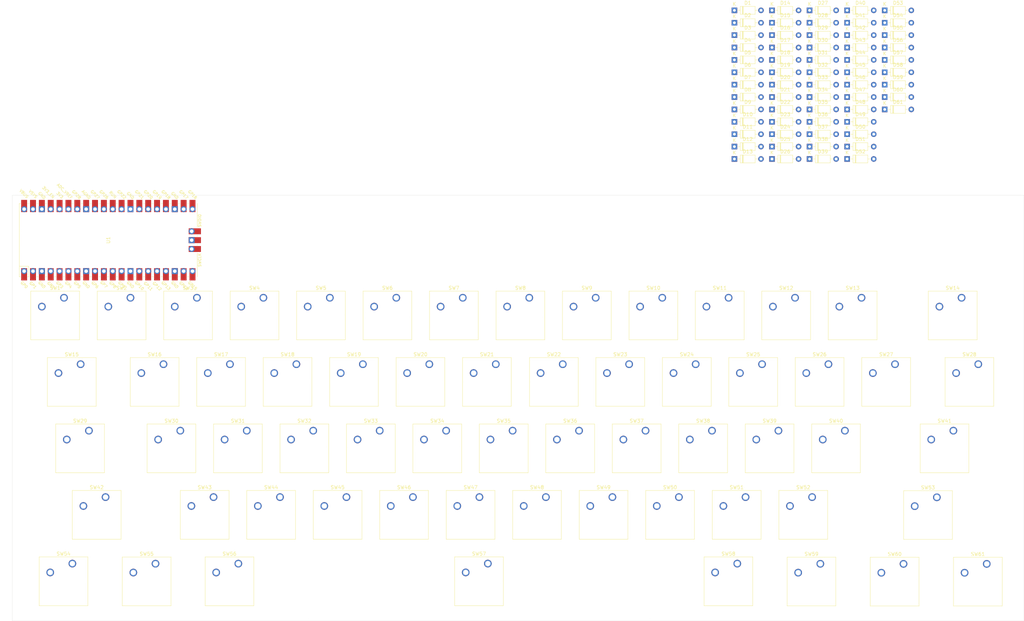
<source format=kicad_pcb>
(kicad_pcb (version 20240108) (generator "pcbnew") (generator_version "8.0")
  (layers (0 "F.Cu" signal) (31 "B.Cu" signal) (34 "B.Paste" user) (35 "F.Paste" user) (36 "B.SilkS" user "B.Silkscreen") (37 "F.SilkS" user "F.Silkscreen") (38 "B.Mask" user) (39 "F.Mask" user) (44 "Edge.Cuts" user))
  (net 0 "")
  (net 1 "row1")
  (net 2 "Net-(D1-A)")
  (net 3 "Net-(D2-A)")
  (net 4 "Net-(D3-A)")
  (net 5 "Net-(D4-A)")
  (net 6 "Net-(D5-A)")
  (net 7 "Net-(D6-A)")
  (net 8 "Net-(D7-A)")
  (net 9 "Net-(D8-A)")
  (net 10 "Net-(D9-A)")
  (net 11 "Net-(D10-A)")
  (net 12 "Net-(D11-A)")
  (net 13 "Net-(D12-A)")
  (net 14 "Net-(D13-A)")
  (net 15 "Net-(D14-A)")
  (net 16 "row2")
  (net 17 "Net-(D15-A)")
  (net 18 "Net-(D16-A)")
  (net 19 "Net-(D17-A)")
  (net 20 "Net-(D18-A)")
  (net 21 "Net-(D19-A)")
  (net 22 "Net-(D20-A)")
  (net 23 "Net-(D21-A)")
  (net 24 "Net-(D22-A)")
  (net 25 "Net-(D23-A)")
  (net 26 "Net-(D24-A)")
  (net 27 "Net-(D25-A)")
  (net 28 "Net-(D26-A)")
  (net 29 "Net-(D27-A)")
  (net 30 "Net-(D28-A)")
  (net 31 "row3")
  (net 32 "Net-(D29-A)")
  (net 33 "Net-(D30-A)")
  (net 34 "Net-(D31-A)")
  (net 35 "Net-(D32-A)")
  (net 36 "Net-(D33-A)")
  (net 37 "Net-(D34-A)")
  (net 38 "Net-(D35-A)")
  (net 39 "Net-(D36-A)")
  (net 40 "Net-(D37-A)")
  (net 41 "Net-(D38-A)")
  (net 42 "Net-(D39-A)")
  (net 43 "Net-(D40-A)")
  (net 44 "Net-(D41-A)")
  (net 45 "Net-(D42-A)")
  (net 46 "row4")
  (net 47 "Net-(D43-A)")
  (net 48 "Net-(D44-A)")
  (net 49 "Net-(D45-A)")
  (net 50 "Net-(D46-A)")
  (net 51 "Net-(D47-A)")
  (net 52 "Net-(D48-A)")
  (net 53 "Net-(D49-A)")
  (net 54 "Net-(D50-A)")
  (net 55 "Net-(D51-A)")
  (net 56 "Net-(D52-A)")
  (net 57 "Net-(D53-A)")
  (net 58 "Net-(D54-A)")
  (net 59 "row5")
  (net 60 "Net-(D55-A)")
  (net 61 "Net-(D56-A)")
  (net 62 "Net-(D57-A)")
  (net 63 "Net-(D58-A)")
  (net 64 "Net-(D59-A)")
  (net 65 "Net-(D60-A)")
  (net 66 "Net-(D61-A)")
  (net 67 "col1")
  (net 68 "col2")
  (net 69 "col3")
  (net 70 "col4")
  (net 71 "col5")
  (net 72 "col6")
  (net 73 "col7")
  (net 74 "col8")
  (net 75 "col9")
  (net 76 "col10")
  (net 77 "col11")
  (net 78 "col12")
  (net 79 "col13")
  (net 80 "col14")
  (footprint "Diode_THT:D_DO-35_SOD27_P7.62mm_Horizontal" (layer "F.Cu") (at 271.31 48.3)
    (property "Reference" "D46" (at 3.81 -2.12 0) (layer "F.SilkS"))
    (property "Value" "1N4148")
    (fp_text user "K" (at 0 -1.8 0) (layer "F.SilkS"))
    (pad "1" thru_hole rect (at 0 0) (size 1.6 1.6) (drill 0.8) (layers "*.Cu" "*.Mask") (net 46 "row4"))
    (pad "2" thru_hole oval (at 7.62 0) (size 1.6 1.6) (drill 0.8) (layers "*.Cu" "*.Mask") (net 50 "Net-(D46-A)"))
  )
  (footprint "Diode_THT:D_DO-35_SOD27_P7.62mm_Horizontal" (layer "F.Cu") (at 239 58.95)
    (property "Reference" "D10" (at 3.81 -2.12 0) (layer "F.SilkS"))
    (property "Value" "1N4148")
    (fp_text user "K" (at 0 -1.8 0) (layer "F.SilkS"))
    (pad "1" thru_hole rect (at 0 0) (size 1.6 1.6) (drill 0.8) (layers "*.Cu" "*.Mask") (net 1 "row1"))
    (pad "2" thru_hole oval (at 7.62 0) (size 1.6 1.6) (drill 0.8) (layers "*.Cu" "*.Mask") (net 11 "Net-(D10-A)"))
  )
  (footprint "Button_Switch_Keyboard:SW_Cherry_MX_1.00u_PCB" (layer "F.Cu") (at 46.83125 109.37875)
    (property "Reference" "SW1" (at -2.54 -2.794 360) (layer "F.SilkS"))
    (property "Value" "SW_Push")
    (pad "" np_thru_hole circle (at -7.62 5.08) (size 1.7 1.7) (drill 1.7) (layers "*.Cu" "*.Mask"))
    (pad "" np_thru_hole circle (at -2.54 5.08) (size 4 4) (drill 4) (layers "*.Cu" "*.Mask"))
    (pad "" np_thru_hole circle (at 2.54 5.08) (size 1.7 1.7) (drill 1.7) (layers "*.Cu" "*.Mask"))
    (pad "1" thru_hole circle (at 0 0) (size 2.2 2.2) (drill 1.5) (layers "*.Cu" "*.Mask") (net 67 "col1"))
    (pad "2" thru_hole circle (at -6.35 2.54) (size 2.2 2.2) (drill 1.5) (layers "*.Cu" "*.Mask") (net 2 "Net-(D1-A)"))
  )
  (footprint "Button_Switch_Keyboard:SW_Cherry_MX_1.00u_PCB" (layer "F.Cu") (at 175.41875 147.47875)
    (property "Reference" "SW35" (at -2.54 -2.794 0) (layer "F.SilkS"))
    (property "Value" "SW_Push")
    (pad "" np_thru_hole circle (at -7.62 5.08) (size 1.7 1.7) (drill 1.7) (layers "*.Cu" "*.Mask"))
    (pad "" np_thru_hole circle (at -2.54 5.08) (size 4 4) (drill 4) (layers "*.Cu" "*.Mask"))
    (pad "" np_thru_hole circle (at 2.54 5.08) (size 1.7 1.7) (drill 1.7) (layers "*.Cu" "*.Mask"))
    (pad "1" thru_hole circle (at 0 0) (size 2.2 2.2) (drill 1.5) (layers "*.Cu" "*.Mask") (net 73 "col7"))
    (pad "2" thru_hole circle (at -6.35 2.54) (size 2.2 2.2) (drill 1.5) (layers "*.Cu" "*.Mask") (net 38 "Net-(D35-A)"))
  )
  (footprint "Button_Switch_Keyboard:SW_Cherry_MX_1.25u_PCB" (layer "F.Cu") (at 287.46975 185.6625)
    (property "Reference" "SW60" (at -2.54 -2.794 0) (layer "F.SilkS"))
    (property "Value" "SW_Push")
    (pad "" np_thru_hole circle (at -7.62 5.08) (size 1.7 1.7) (drill 1.7) (layers "*.Cu" "*.Mask"))
    (pad "" np_thru_hole circle (at -2.54 5.08) (size 4 4) (drill 4) (layers "*.Cu" "*.Mask"))
    (pad "" np_thru_hole circle (at 2.54 5.08) (size 1.7 1.7) (drill 1.7) (layers "*.Cu" "*.Mask"))
    (pad "1" thru_hole circle (at 0 0) (size 2.2 2.2) (drill 1.5) (layers "*.Cu" "*.Mask") (net 73 "col7"))
    (pad "2" thru_hole circle (at -6.35 2.54) (size 2.2 2.2) (drill 1.5) (layers "*.Cu" "*.Mask") (net 65 "Net-(D60-A)"))
  )
  (footprint "Button_Switch_Keyboard:SW_Cherry_MX_1.00u_PCB" (layer "F.Cu") (at 184.95925 166.52875)
    (property "Reference" "SW48" (at -2.54 -2.794 0) (layer "F.SilkS"))
    (property "Value" "SW_Push")
    (pad "" np_thru_hole circle (at -7.62 5.08) (size 1.7 1.7) (drill 1.7) (layers "*.Cu" "*.Mask"))
    (pad "" np_thru_hole circle (at -2.54 5.08) (size 4 4) (drill 4) (layers "*.Cu" "*.Mask"))
    (pad "" np_thru_hole circle (at 2.54 5.08) (size 1.7 1.7) (drill 1.7) (layers "*.Cu" "*.Mask"))
    (pad "1" thru_hole circle (at 0 0) (size 2.2 2.2) (drill 1.5) (layers "*.Cu" "*.Mask") (net 73 "col7"))
    (pad "2" thru_hole circle (at -6.35 2.54) (size 2.2 2.2) (drill 1.5) (layers "*.Cu" "*.Mask") (net 52 "Net-(D48-A)"))
  )
  (footprint "Diode_THT:D_DO-35_SOD27_P7.62mm_Horizontal" (layer "F.Cu") (at 282.08 41.2)
    (property "Reference" "D57" (at 3.81 -2.12 0) (layer "F.SilkS"))
    (property "Value" "1N4148")
    (fp_text user "K" (at 0 -1.8 0) (layer "F.SilkS"))
    (pad "1" thru_hole rect (at 0 0) (size 1.6 1.6) (drill 0.8) (layers "*.Cu" "*.Mask") (net 59 "row5"))
    (pad "2" thru_hole oval (at 7.62 0) (size 1.6 1.6) (drill 0.8) (layers "*.Cu" "*.Mask") (net 62 "Net-(D57-A)"))
  )
  (footprint "Button_Switch_Keyboard:SW_Cherry_MX_1.00u_PCB" (layer "F.Cu") (at 75.34525 128.42875)
    (property "Reference" "SW16" (at -2.54 -2.794 0) (layer "F.SilkS"))
    (property "Value" "SW_Push")
    (pad "" np_thru_hole circle (at -7.62 5.08) (size 1.7 1.7) (drill 1.7) (layers "*.Cu" "*.Mask"))
    (pad "" np_thru_hole circle (at -2.54 5.08) (size 4 4) (drill 4) (layers "*.Cu" "*.Mask"))
    (pad "" np_thru_hole circle (at 2.54 5.08) (size 1.7 1.7) (drill 1.7) (layers "*.Cu" "*.Mask"))
    (pad "1" thru_hole circle (at 0 0) (size 2.2 2.2) (drill 1.5) (layers "*.Cu" "*.Mask") (net 68 "col2"))
    (pad "2" thru_hole circle (at -6.35 2.54) (size 2.2 2.2) (drill 1.5) (layers "*.Cu" "*.Mask") (net 18 "Net-(D16-A)"))
  )
  (footprint "Diode_THT:D_DO-35_SOD27_P7.62mm_Horizontal" (layer "F.Cu") (at 260.54 55.4)
    (property "Reference" "D35" (at 3.81 -2.12 0) (layer "F.SilkS"))
    (property "Value" "1N4148")
    (fp_text user "K" (at 0 -1.8 0) (layer "F.SilkS"))
    (pad "1" thru_hole rect (at 0 0) (size 1.6 1.6) (drill 0.8) (layers "*.Cu" "*.Mask") (net 31 "row3"))
    (pad "2" thru_hole oval (at 7.62 0) (size 1.6 1.6) (drill 0.8) (layers "*.Cu" "*.Mask") (net 38 "Net-(D35-A)"))
  )
  (footprint "Diode_THT:D_DO-35_SOD27_P7.62mm_Horizontal" (layer "F.Cu") (at 239 55.4)
    (property "Reference" "D9" (at 3.81 -2.12 0) (layer "F.SilkS"))
    (property "Value" "1N4148")
    (fp_text user "K" (at 0 -1.8 0) (layer "F.SilkS"))
    (pad "1" thru_hole rect (at 0 0) (size 1.6 1.6) (drill 0.8) (layers "*.Cu" "*.Mask") (net 1 "row1"))
    (pad "2" thru_hole oval (at 7.62 0) (size 1.6 1.6) (drill 0.8) (layers "*.Cu" "*.Mask") (net 10 "Net-(D9-A)"))
  )
  (footprint "Diode_THT:D_DO-35_SOD27_P7.62mm_Horizontal" (layer "F.Cu") (at 260.54 27)
    (property "Reference" "D27" (at 3.81 -2.12 0) (layer "F.SilkS"))
    (property "Value" "1N4148")
    (fp_text user "K" (at 0 -1.8 0) (layer "F.SilkS"))
    (pad "1" thru_hole rect (at 0 0) (size 1.6 1.6) (drill 0.8) (layers "*.Cu" "*.Mask") (net 16 "row2"))
    (pad "2" thru_hole oval (at 7.62 0) (size 1.6 1.6) (drill 0.8) (layers "*.Cu" "*.Mask") (net 29 "Net-(D27-A)"))
  )
  (footprint "Diode_THT:D_DO-35_SOD27_P7.62mm_Horizontal" (layer "F.Cu") (at 271.31 41.2)
    (property "Reference" "D44" (at 3.81 -2.12 0) (layer "F.SilkS"))
    (property "Value" "1N4148")
    (fp_text user "K" (at 0 -1.8 0) (layer "F.SilkS"))
    (pad "1" thru_hole rect (at 0 0) (size 1.6 1.6) (drill 0.8) (layers "*.Cu" "*.Mask") (net 46 "row4"))
    (pad "2" thru_hole oval (at 7.62 0) (size 1.6 1.6) (drill 0.8) (layers "*.Cu" "*.Mask") (net 48 "Net-(D44-A)"))
  )
  (footprint "Button_Switch_Keyboard:SW_Cherry_MX_1.25u_PCB" (layer "F.Cu") (at 263.62875 185.6355)
    (property "Reference" "SW59" (at -2.54 -2.794 0) (layer "F.SilkS"))
    (property "Value" "SW_Push")
    (pad "" np_thru_hole circle (at -7.62 5.08) (size 1.7 1.7) (drill 1.7) (layers "*.Cu" "*.Mask"))
    (pad "" np_thru_hole circle (at -2.54 5.08) (size 4 4) (drill 4) (layers "*.Cu" "*.Mask"))
    (pad "" np_thru_hole circle (at 2.54 5.08) (size 1.7 1.7) (drill 1.7) (layers "*.Cu" "*.Mask"))
    (pad "1" thru_hole circle (at 0 0) (size 2.2 2.2) (drill 1.5) (layers "*.Cu" "*.Mask") (net 72 "col6"))
    (pad "2" thru_hole circle (at -6.35 2.54) (size 2.2 2.2) (drill 1.5) (layers "*.Cu" "*.Mask") (net 64 "Net-(D59-A)"))
  )
  (footprint "Diode_THT:D_DO-35_SOD27_P7.62mm_Horizontal" (layer "F.Cu") (at 249.77 44.75)
    (property "Reference" "D19" (at 3.81 -2.12 0) (layer "F.SilkS"))
    (property "Value" "1N4148")
    (fp_text user "K" (at 0 -1.8 0) (layer "F.SilkS"))
    (pad "1" thru_hole rect (at 0 0) (size 1.6 1.6) (drill 0.8) (layers "*.Cu" "*.Mask") (net 16 "row2"))
    (pad "2" thru_hole oval (at 7.62 0) (size 1.6 1.6) (drill 0.8) (layers "*.Cu" "*.Mask") (net 21 "Net-(D19-A)"))
  )
  (footprint "Diode_THT:D_DO-35_SOD27_P7.62mm_Horizontal" (layer "F.Cu") (at 239 51.85)
    (property "Reference" "D8" (at 3.81 -2.12 0) (layer "F.SilkS"))
    (property "Value" "1N4148")
    (fp_text user "K" (at 0 -1.8 0) (layer "F.SilkS"))
    (pad "1" thru_hole rect (at 0 0) (size 1.6 1.6) (drill 0.8) (layers "*.Cu" "*.Mask") (net 1 "row1"))
    (pad "2" thru_hole oval (at 7.62 0) (size 1.6 1.6) (drill 0.8) (layers "*.Cu" "*.Mask") (net 9 "Net-(D8-A)"))
  )
  (footprint "Diode_THT:D_DO-35_SOD27_P7.62mm_Horizontal" (layer "F.Cu") (at 239 41.2)
    (property "Reference" "D5" (at 3.81 -2.12 0) (layer "F.SilkS"))
    (property "Value" "1N4148")
    (fp_text user "K" (at 0 -1.8 0) (layer "F.SilkS"))
    (pad "1" thru_hole rect (at 0 0) (size 1.6 1.6) (drill 0.8) (layers "*.Cu" "*.Mask") (net 1 "row1"))
    (pad "2" thru_hole oval (at 7.62 0) (size 1.6 1.6) (drill 0.8) (layers "*.Cu" "*.Mask") (net 6 "Net-(D5-A)"))
  )
  (footprint "Button_Switch_Keyboard:SW_Cherry_MX_1.00u_PCB" (layer "F.Cu") (at 89.69375 166.52875)
    (property "Reference" "SW43" (at -2.54 -2.794 0) (layer "F.SilkS"))
    (property "Value" "SW_Push")
    (pad "" np_thru_hole circle (at -7.62 5.08) (size 1.7 1.7) (drill 1.7) (layers "*.Cu" "*.Mask"))
    (pad "" np_thru_hole circle (at -2.54 5.08) (size 4 4) (drill 4) (layers "*.Cu" "*.Mask"))
    (pad "" np_thru_hole circle (at 2.54 5.08) (size 1.7 1.7) (drill 1.7) (layers "*.Cu" "*.Mask"))
    (pad "1" thru_hole circle (at 0 0) (size 2.2 2.2) (drill 1.5) (layers "*.Cu" "*.Mask") (net 68 "col2"))
    (pad "2" thru_hole circle (at -6.35 2.54) (size 2.2 2.2) (drill 1.5) (layers "*.Cu" "*.Mask") (net 47 "Net-(D43-A)"))
  )
  (footprint "Diode_THT:D_DO-35_SOD27_P7.62mm_Horizontal" (layer "F.Cu") (at 249.77 51.85)
    (property "Reference" "D21" (at 3.81 -2.12 0) (layer "F.SilkS"))
    (property "Value" "1N4148")
    (fp_text user "K" (at 0 -1.8 0) (layer "F.SilkS"))
    (pad "1" thru_hole rect (at 0 0) (size 1.6 1.6) (drill 0.8) (layers "*.Cu" "*.Mask") (net 16 "row2"))
    (pad "2" thru_hole oval (at 7.62 0) (size 1.6 1.6) (drill 0.8) (layers "*.Cu" "*.Mask") (net 23 "Net-(D21-A)"))
  )
  (footprint "Diode_THT:D_DO-35_SOD27_P7.62mm_Horizontal" (layer "F.Cu") (at 260.54 44.75)
    (property "Reference" "D32" (at 3.81 -2.12 0) (layer "F.SilkS"))
    (property "Value" "1N4148")
    (fp_text user "K" (at 0 -1.8 0) (layer "F.SilkS"))
    (pad "1" thru_hole rect (at 0 0) (size 1.6 1.6) (drill 0.8) (layers "*.Cu" "*.Mask") (net 31 "row3"))
    (pad "2" thru_hole oval (at 7.62 0) (size 1.6 1.6) (drill 0.8) (layers "*.Cu" "*.Mask") (net 35 "Net-(D32-A)"))
  )
  (footprint "Button_Switch_Keyboard:SW_Cherry_MX_1.00u_PCB" (layer "F.Cu") (at 251.61875 147.47875)
    (property "Reference" "SW39" (at -2.54 -2.794 0) (layer "F.SilkS"))
    (property "Value" "SW_Push")
    (pad "" np_thru_hole circle (at -7.62 5.08) (size 1.7 1.7) (drill 1.7) (layers "*.Cu" "*.Mask"))
    (pad "" np_thru_hole circle (at -2.54 5.08) (size 4 4) (drill 4) (layers "*.Cu" "*.Mask"))
    (pad "" np_thru_hole circle (at 2.54 5.08) (size 1.7 1.7) (drill 1.7) (layers "*.Cu" "*.Mask"))
    (pad "1" thru_hole circle (at 0 0) (size 2.2 2.2) (drill 1.5) (layers "*.Cu" "*.Mask") (net 77 "col11"))
    (pad "2" thru_hole circle (at -6.35 2.54) (size 2.2 2.2) (drill 1.5) (layers "*.Cu" "*.Mask") (net 42 "Net-(D39-A)"))
  )
  (footprint "Diode_THT:D_DO-35_SOD27_P7.62mm_Horizontal" (layer "F.Cu") (at 239 30.55)
    (property "Reference" "D2" (at 3.81 -2.12 0) (layer "F.SilkS"))
    (property "Value" "1N4148")
    (fp_text user "K" (at 0 -1.8 0) (layer "F.SilkS"))
    (pad "1" thru_hole rect (at 0 0) (size 1.6 1.6) (drill 0.8) (layers "*.Cu" "*.Mask") (net 1 "row1"))
    (pad "2" thru_hole oval (at 7.62 0) (size 1.6 1.6) (drill 0.8) (layers "*.Cu" "*.Mask") (net 3 "Net-(D2-A)"))
  )
  (footprint "Diode_THT:D_DO-35_SOD27_P7.62mm_Horizontal" (layer "F.Cu") (at 239 34.1)
    (property "Reference" "D3" (at 3.81 -2.12 0) (layer "F.SilkS"))
    (property "Value" "1N4148")
    (fp_text user "K" (at 0 -1.8 0) (layer "F.SilkS"))
    (pad "1" thru_hole rect (at 0 0) (size 1.6 1.6) (drill 0.8) (layers "*.Cu" "*.Mask") (net 1 "row1"))
    (pad "2" thru_hole oval (at 7.62 0) (size 1.6 1.6) (drill 0.8) (layers "*.Cu" "*.Mask") (net 4 "Net-(D3-A)"))
  )
  (footprint "Diode_THT:D_DO-35_SOD27_P7.62mm_Horizontal" (layer "F.Cu") (at 239 48.3)
    (property "Reference" "D7" (at 3.81 -2.12 0) (layer "F.SilkS"))
    (property "Value" "1N4148")
    (fp_text user "K" (at 0 -1.8 0) (layer "F.SilkS"))
    (pad "1" thru_hole rect (at 0 0) (size 1.6 1.6) (drill 0.8) (layers "*.Cu" "*.Mask") (net 1 "row1"))
    (pad "2" thru_hole oval (at 7.62 0) (size 1.6 1.6) (drill 0.8) (layers "*.Cu" "*.Mask") (net 8 "Net-(D7-A)"))
  )
  (footprint "Button_Switch_Keyboard:SW_Cherry_MX_1.00u_PCB" (layer "F.Cu") (at 275.43125 109.37875)
    (property "Reference" "SW13" (at -2.54 -2.794 0) (layer "F.SilkS"))
    (property "Value" "SW_Push")
    (pad "" np_thru_hole circle (at -7.62 5.08) (size 1.7 1.7) (drill 1.7) (layers "*.Cu" "*.Mask"))
    (pad "" np_thru_hole circle (at -2.54 5.08) (size 4 4) (drill 4) (layers "*.Cu" "*.Mask"))
    (pad "" np_thru_hole circle (at 2.54 5.08) (size 1.7 1.7) (drill 1.7) (layers "*.Cu" "*.Mask"))
    (pad "1" thru_hole circle (at 0 0) (size 2.2 2.2) (drill 1.5) (layers "*.Cu" "*.Mask") (net 79 "col13"))
    (pad "2" thru_hole circle (at -6.35 2.54) (size 2.2 2.2) (drill 1.5) (layers "*.Cu" "*.Mask") (net 14 "Net-(D13-A)"))
  )
  (footprint "Diode_THT:D_DO-35_SOD27_P7.62mm_Horizontal" (layer "F.Cu") (at 260.54 62.5)
    (property "Reference" "D37" (at 3.81 -2.12 0) (layer "F.SilkS"))
    (property "Value" "1N4148")
    (fp_text user "K" (at 0 -1.8 0) (layer "F.SilkS"))
    (pad "1" thru_hole rect (at 0 0) (size 1.6 1.6) (drill 0.8) (layers "*.Cu" "*.Mask") (net 31 "row3"))
    (pad "2" thru_hole oval (at 7.62 0) (size 1.6 1.6) (drill 0.8) (layers "*.Cu" "*.Mask") (net 40 "Net-(D37-A)"))
  )
  (footprint "Diode_THT:D_DO-35_SOD27_P7.62mm_Horizontal" (layer "F.Cu") (at 260.54 37.65)
    (property "Reference" "D30" (at 3.81 -2.12 0) (layer "F.SilkS"))
    (property "Value" "1N4148")
    (fp_text user "K" (at 0 -1.8 0) (layer "F.SilkS"))
    (pad "1" thru_hole rect (at 0 0) (size 1.6 1.6) (drill 0.8) (layers "*.Cu" "*.Mask") (net 31 "row3"))
    (pad "2" thru_hole oval (at 7.62 0) (size 1.6 1.6) (drill 0.8) (layers "*.Cu" "*.Mask") (net 33 "Net-(D30-A)"))
  )
  (footprint "Diode_THT:D_DO-35_SOD27_P7.62mm_Horizontal" (layer "F.Cu") (at 249.77 27)
    (property "Reference" "D14" (at 3.81 -2.12 0) (layer "F.SilkS"))
    (property "Value" "1N4148")
    (fp_text user "K" (at 0 -1.8 0) (layer "F.SilkS"))
    (pad "1" thru_hole rect (at 0 0) (size 1.6 1.6) (drill 0.8) (layers "*.Cu" "*.Mask") (net 1 "row1"))
    (pad "2" thru_hole oval (at 7.62 0) (size 1.6 1.6) (drill 0.8) (layers "*.Cu" "*.Mask") (net 15 "Net-(D14-A)"))
  )
  (footprint "Diode_THT:D_DO-35_SOD27_P7.62mm_Horizontal" (layer "F.Cu") (at 282.08 30.55)
    (property "Reference" "D54" (at 3.81 -2.12 0) (layer "F.SilkS"))
    (property "Value" "1N4148")
    (fp_text user "K" (at 0 -1.8 0) (layer "F.SilkS"))
    (pad "1" thru_hole rect (at 0 0) (size 1.6 1.6) (drill 0.8) (layers "*.Cu" "*.Mask") (net 59 "row5"))
    (pad "2" thru_hole oval (at 7.62 0) (size 1.6 1.6) (drill 0.8) (layers "*.Cu" "*.Mask") (net 58 "Net-(D54-A)"))
  )
  (footprint "Button_Switch_Keyboard:SW_Cherry_MX_1.00u_PCB" (layer "F.Cu") (at 223.09225 166.52875)
    (property "Reference" "SW50" (at -2.54 -2.794 0) (layer "F.SilkS"))
    (property "Value" "SW_Push")
    (pad "" np_thru_hole circle (at -7.62 5.08) (size 1.7 1.7) (drill 1.7) (layers "*.Cu" "*.Mask"))
    (pad "" np_thru_hole circle (at -2.54 5.08) (size 4 4) (drill 4) (layers "*.Cu" "*.Mask"))
    (pad "" np_thru_hole circle (at 2.54 5.08) (size 1.7 1.7) (drill 1.7) (layers "*.Cu" "*.Mask"))
    (pad "1" thru_hole circle (at 0 0) (size 2.2 2.2) (drill 1.5) (layers "*.Cu" "*.Mask") (net 75 "col9"))
    (pad "2" thru_hole circle (at -6.35 2.54) (size 2.2 2.2) (drill 1.5) (layers "*.Cu" "*.Mask") (net 54 "Net-(D50-A)"))
  )
  (footprint "Button_Switch_Keyboard:SW_Cherry_MX_1.00u_PCB" (layer "F.Cu") (at 270.66875 147.47875)
    (property "Reference" "SW40" (at -2.54 -2.794 0) (layer "F.SilkS"))
    (property "Value" "SW_Push")
    (pad "" np_thru_hole circle (at -7.62 5.08) (size 1.7 1.7) (drill 1.7) (layers "*.Cu" "*.Mask"))
    (pad "" np_thru_hole circle (at -2.54 5.08) (size 4 4) (drill 4) (layers "*.Cu" "*.Mask"))
    (pad "" np_thru_hole circle (at 2.54 5.08) (size 1.7 1.7) (drill 1.7) (layers "*.Cu" "*.Mask"))
    (pad "1" thru_hole circle (at 0 0) (size 2.2 2.2) (drill 1.5) (layers "*.Cu" "*.Mask") (net 78 "col12"))
    (pad "2" thru_hole circle (at -6.35 2.54) (size 2.2 2.2) (drill 1.5) (layers "*.Cu" "*.Mask") (net 43 "Net-(D40-A)"))
  )
  (footprint "Diode_THT:D_DO-35_SOD27_P7.62mm_Horizontal" (layer "F.Cu") (at 282.08 55.4)
    (property "Reference" "D61" (at 3.81 -2.12 0) (layer "F.SilkS"))
    (property "Value" "1N4148")
    (fp_text user "K" (at 0 -1.8 0) (layer "F.SilkS"))
    (pad "1" thru_hole rect (at 0 0) (size 1.6 1.6) (drill 0.8) (layers "*.Cu" "*.Mask") (net 59 "row5"))
    (pad "2" thru_hole oval (at 7.62 0) (size 1.6 1.6) (drill 0.8) (layers "*.Cu" "*.Mask") (net 66 "Net-(D61-A)"))
  )
  (footprint "Diode_THT:D_DO-35_SOD27_P7.62mm_Horizontal" (layer "F.Cu") (at 271.31 51.85)
    (property "Reference" "D47" (at 3.81 -2.12 0) (layer "F.SilkS"))
    (property "Value" "1N4148")
    (fp_text user "K" (at 0 -1.8 0) (layer "F.SilkS"))
    (pad "1" thru_hole rect (at 0 0) (size 1.6 1.6) (drill 0.8) (layers "*.Cu" "*.Mask") (net 46 "row4"))
    (pad "2" thru_hole oval (at 7.62 0) (size 1.6 1.6) (drill 0.8) (layers "*.Cu" "*.Mask") (net 51 "Net-(D47-A)"))
  )
  (footprint "Button_Switch_Keyboard:SW_Cherry_MX_1.00u_PCB" (layer "F.Cu") (at 108.74375 166.52875)
    (property "Reference" "SW44" (at -2.54 -2.794 0) (layer "F.SilkS"))
    (property "Value" "SW_Push")
    (pad "" np_thru_hole circle (at -7.62 5.08) (size 1.7 1.7) (drill 1.7) (layers "*.Cu" "*.Mask"))
    (pad "" np_thru_hole circle (at -2.54 5.08) (size 4 4) (drill 4) (layers "*.Cu" "*.Mask"))
    (pad "" np_thru_hole circle (at 2.54 5.08) (size 1.7 1.7) (drill 1.7) (layers "*.Cu" "*.Mask"))
    (pad "1" thru_hole circle (at 0 0) (size 2.2 2.2) (drill 1.5) (layers "*.Cu" "*.Mask") (net 69 "col3"))
    (pad "2" thru_hole circle (at -6.35 2.54) (size 2.2 2.2) (drill 1.5) (layers "*.Cu" "*.Mask") (net 48 "Net-(D44-A)"))
  )
  (footprint "Diode_THT:D_DO-35_SOD27_P7.62mm_Horizontal" (layer "F.Cu") (at 260.54 69.6)
    (property "Reference" "D39" (at 3.81 -2.12 0) (layer "F.SilkS"))
    (property "Value" "1N4148")
    (fp_text user "K" (at 0 -1.8 0) (layer "F.SilkS"))
    (pad "1" thru_hole rect (at 0 0) (size 1.6 1.6) (drill 0.8) (layers "*.Cu" "*.Mask") (net 31 "row3"))
    (pad "2" thru_hole oval (at 7.62 0) (size 1.6 1.6) (drill 0.8) (layers "*.Cu" "*.Mask") (net 42 "Net-(D39-A)"))
  )
  (footprint "Diode_THT:D_DO-35_SOD27_P7.62mm_Horizontal" (layer "F.Cu") (at 249.77 48.3)
    (property "Reference" "D20" (at 3.81 -2.12 0) (layer "F.SilkS"))
    (property "Value" "1N4148")
    (fp_text user "K" (at 0 -1.8 0) (layer "F.SilkS"))
    (pad "1" thru_hole rect (at 0 0) (size 1.6 1.6) (drill 0.8) (layers "*.Cu" "*.Mask") (net 16 "row2"))
    (pad "2" thru_hole oval (at 7.62 0) (size 1.6 1.6) (drill 0.8) (layers "*.Cu" "*.Mask") (net 22 "Net-(D20-A)"))
  )
  (footprint "Diode_THT:D_DO-35_SOD27_P7.62mm_Horizontal" (layer "F.Cu") (at 271.31 44.75)
    (property "Reference" "D45" (at 3.81 -2.12 0) (layer "F.SilkS"))
    (property "Value" "1N4148")
    (fp_text user "K" (at 0 -1.8 0) (layer "F.SilkS"))
    (pad "1" thru_hole rect (at 0 0) (size 1.6 1.6) (drill 0.8) (layers "*.Cu" "*.Mask") (net 46 "row4"))
    (pad "2" thru_hole oval (at 7.62 0) (size 1.6 1.6) (drill 0.8) (layers "*.Cu" "*.Mask") (net 49 "Net-(D45-A)"))
  )
  (footprint "Diode_THT:D_DO-35_SOD27_P7.62mm_Horizontal" (layer "F.Cu") (at 249.77 62.5)
    (property "Reference" "D24" (at 3.81 -2.12 0) (layer "F.SilkS"))
    (property "Value" "1N4148")
    (fp_text user "K" (at 0 -1.8 0) (layer "F.SilkS"))
    (pad "1" thru_hole rect (at 0 0) (size 1.6 1.6) (drill 0.8) (layers "*.Cu" "*.Mask") (net 16 "row2"))
    (pad "2" thru_hole oval (at 7.62 0) (size 1.6 1.6) (drill 0.8) (layers "*.Cu" "*.Mask") (net 26 "Net-(D24-A)"))
  )
  (footprint "Diode_THT:D_DO-35_SOD27_P7.62mm_Horizontal" (layer "F.Cu") (at 249.77 30.55)
    (property "Reference" "D15" (at 3.81 -2.12 0) (layer "F.SilkS"))
    (property "Value" "1N4148")
    (fp_text user "K" (at 0 -1.8 0) (layer "F.SilkS"))
    (pad "1" thru_hole rect (at 0 0) (size 1.6 1.6) (drill 0.8) (layers "*.Cu" "*.Mask") (net 16 "row2"))
    (pad "2" thru_hole oval (at 7.62 0) (size 1.6 1.6) (drill 0.8) (layers "*.Cu" "*.Mask") (net 17 "Net-(D15-A)"))
  )
  (footprint "Diode_THT:D_DO-35_SOD27_P7.62mm_Horizontal" (layer "F.Cu") (at 260.54 48.3)
    (property "Reference" "D33" (at 3.81 -2.12 0) (layer "F.SilkS"))
    (property "Value" "1N4148")
    (fp_text user "K" (at 0 -1.8 0) (layer "F.SilkS"))
    (pad "1" thru_hole rect (at 0 0) (size 1.6 1.6) (drill 0.8) (layers "*.Cu" "*.Mask") (net 31 "row3"))
    (pad "2" thru_hole oval (at 7.62 0) (size 1.6 1.6) (drill 0.8) (layers "*.Cu" "*.Mask") (net 36 "Net-(D33-A)"))
  )
  (footprint "Diode_THT:D_DO-35_SOD27_P7.62mm_Horizontal" (layer "F.Cu") (at 271.31 55.4)
    (property "Reference" "D48" (at 3.81 -2.12 0) (layer "F.SilkS"))
    (property "Value" "1N4148")
    (fp_text user "K" (at 0 -1.8 0) (layer "F.SilkS"))
    (pad "1" thru_hole rect (at 0 0) (size 1.6 1.6) (drill 0.8) (layers "*.Cu" "*.Mask") (net 46 "row4"))
    (pad "2" thru_hole oval (at 7.62 0) (size 1.6 1.6) (drill 0.8) (layers "*.Cu" "*.Mask") (net 52 "Net-(D48-A)"))
  )
  (footprint "Diode_THT:D_DO-35_SOD27_P7.62mm_Horizontal" (layer "F.Cu") (at 260.54 30.55)
    (property "Reference" "D28" (at 3.81 -2.12 0) (layer "F.SilkS"))
    (property "Value" "1N4148")
    (fp_text user "K" (at 0 -1.8 0) (layer "F.SilkS"))
    (pad "1" thru_hole rect (at 0 0) (size 1.6 1.6) (drill 0.8) (layers "*.Cu" "*.Mask") (net 16 "row2"))
    (pad "2" thru_hole oval (at 7.62 0) (size 1.6 1.6) (drill 0.8) (layers "*.Cu" "*.Mask") (net 30 "Net-(D28-A)"))
  )
  (footprint "Button_Switch_Keyboard:SW_Cherry_MX_1.00u_PCB" (layer "F.Cu") (at 199.23125 109.37875)
    (property "Reference" "SW9" (at -2.54 -2.794 0) (layer "F.SilkS"))
    (property "Value" "SW_Push")
    (pad "" np_thru_hole circle (at -7.62 5.08) (size 1.7 1.7) (drill 1.7) (layers "*.Cu" "*.Mask"))
    (pad "" np_thru_hole circle (at -2.54 5.08) (size 4 4) (drill 4) (layers "*.Cu" "*.Mask"))
    (pad "" np_thru_hole circle (at 2.54 5.08) (size 1.7 1.7) (drill 1.7) (layers "*.Cu" "*.Mask"))
    (pad "1" thru_hole circle (at 0 0) (size 2.2 2.2) (drill 1.5) (layers "*.Cu" "*.Mask") (net 75 "col9"))
    (pad "2" thru_hole circle (at -6.35 2.54) (size 2.2 2.2) (drill 1.5) (layers "*.Cu" "*.Mask") (net 10 "Net-(D9-A)"))
  )
  (footprint "Button_Switch_Keyboard:SW_Cherry_MX_1.00u_PCB" (layer "F.Cu") (at 84.93125 109.37875)
    (property "Reference" "SW3" (at -2.54 -2.794 360) (layer "F.SilkS"))
    (property "Value" "SW_Push")
    (pad "" np_thru_hole circle (at -7.62 5.08) (size 1.7 1.7) (drill 1.7) (layers "*.Cu" "*.Mask"))
    (pad "" np_thru_hole circle (at -2.54 5.08) (size 4 4) (drill 4) (layers "*.Cu" "*.Mask"))
    (pad "" np_thru_hole circle (at 2.54 5.08) (size 1.7 1.7) (drill 1.7) (layers "*.Cu" "*.Mask"))
    (pad "1" thru_hole circle (at 0 0) (size 2.2 2.2) (drill 1.5) (layers "*.Cu" "*.Mask") (net 69 "col3"))
    (pad "2" thru_hole circle (at -6.35 2.54) (size 2.2 2.2) (drill 1.5) (layers "*.Cu" "*.Mask") (net 4 "Net-(D3-A)"))
  )
  (footprint "Diode_THT:D_DO-35_SOD27_P7.62mm_Horizontal" (layer "F.Cu") (at 282.08 48.3)
    (property "Reference" "D59" (at 3.81 -2.12 0) (layer "F.SilkS"))
    (property "Value" "1N4148")
    (fp_text user "K" (at 0 -1.8 0) (layer "F.SilkS"))
    (pad "1" thru_hole rect (at 0 0) (size 1.6 1.6) (drill 0.8) (layers "*.Cu" "*.Mask") (net 59 "row5"))
    (pad "2" thru_hole oval (at 7.62 0) (size 1.6 1.6) (drill 0.8) (layers "*.Cu" "*.Mask") (net 64 "Net-(D59-A)"))
  )
  (footprint "Button_Switch_Keyboard:SW_Cherry_MX_1.50u_PCB" (layer "F.Cu") (at 308.90125 128.42875)
    (property "Reference" "SW28" (at -2.54 -2.794 0) (layer "F.SilkS"))
    (property "Value" "SW_Push")
    (pad "" np_thru_hole circle (at -7.62 5.08) (size 1.7 1.7) (drill 1.7) (layers "*.Cu" "*.Mask"))
    (pad "" np_thru_hole circle (at -2.54 5.08) (size 4 4) (drill 4) (layers "*.Cu" "*.Mask"))
    (pad "" np_thru_hole circle (at 2.54 5.08) (size 1.7 1.7) (drill 1.7) (layers "*.Cu" "*.Mask"))
    (pad "1" thru_hole circle (at 0 0) (size 2.2 2.2) (drill 1.5) (layers "*.Cu" "*.Mask") (net 80 "col14"))
    (pad "2" thru_hole circle (at -6.35 2.54) (size 2.2 2.2) (drill 1.5) (layers "*.Cu" "*.Mask") (net 30 "Net-(D28-A)"))
  )
  (footprint "Diode_THT:D_DO-35_SOD27_P7.62mm_Horizontal" (layer "F.Cu") (at 271.31 66.05)
    (property "Reference" "D51" (at 3.81 -2.12 0) (layer "F.SilkS"))
    (property "Value" "1N4148")
    (fp_text user "K" (at 0 -1.8 0) (layer "F.SilkS"))
    (pad "1" thru_hole rect (at 0 0) (size 1.6 1.6) (drill 0.8) (layers "*.Cu" "*.Mask") (net 46 "row4"))
    (pad "2" thru_hole oval (at 7.62 0) (size 1.6 1.6) (drill 0.8) (layers "*.Cu" "*.Mask") (net 55 "Net-(D51-A)"))
  )
  (footprint "Button_Switch_Keyboard:SW_Cherry_MX_2.25u_PCB" (layer "F.Cu") (at 58.7375 166.52875)
    (property "Reference" "SW42" (at -2.54 -2.794 0) (layer "F.SilkS"))
    (property "Value" "SW_Push")
    (pad "" np_thru_hole circle (at -14.44 -1.92) (size 3.05 3.05) (drill 3.05) (layers "*.Cu" "*.Mask"))
    (pad "" np_thru_hole circle (at -14.44 13.32) (size 4 4) (drill 4) (layers "*.Cu" "*.Mask"))
    (pad "" np_thru_hole circle (at -7.62 5.08) (size 1.7 1.7) (drill 1.7) (layers "*.Cu" "*.Mask"))
    (pad "" np_thru_hole circle (at -2.54 5.08) (size 4 4) (drill 4) (layers "*.Cu" "*.Mask"))
    (pad "" np_thru_hole circle (at 2.54 5.08) (size 1.7 1.7) (drill 1.7) (layers "*.Cu" "*.Mask"))
    (pad "" np_thru_hole circle (at 9.36 -1.92) (size 3.05 3.05) (drill 3.05) (layers "*.Cu" "*.Mask"))
    (pad "" np_thru_hole circle (at 9.36 13.32) (size 4 4) (drill 4) (layers "*.Cu" "*.Mask"))
    (pad "1" thru_hole circle (at 0 0) (size 2.2 2.2) (drill 1.5) (layers "*.Cu" "*.Mask") (net 67 "col1"))
    (pad "2" thru_hole circle (at -6.35 2.54) (size 2.2 2.2) (drill 1.5) (layers "*.Cu" "*.Mask") (net 45 "Net-(D42-A)"))
  )
  (footprint "Button_Switch_Keyboard:SW_Cherry_MX_1.00u_PCB" (layer "F.Cu") (at 218.31825 109.37875)
    (property "Reference" "SW10" (at -2.54 -2.794 0) (layer "F.SilkS"))
    (property "Value" "SW_Push")
    (pad "" np_thru_hole circle (at -7.62 5.08) (size 1.7 1.7) (drill 1.7) (layers "*.Cu" "*.Mask"))
    (pad "" np_thru_hole circle (at -2.54 5.08) (size 4 4) (drill 4) (layers "*.Cu" "*.Mask"))
    (pad "" np_thru_hole circle (at 2.54 5.08) (size 1.7 1.7) (drill 1.7) (layers "*.Cu" "*.Mask"))
    (pad "1" thru_hole circle (at 0 0) (size 2.2 2.2) (drill 1.5) (layers "*.Cu" "*.Mask") (net 76 "col10"))
    (pad "2" thru_hole circle (at -6.35 2.54) (size 2.2 2.2) (drill 1.5) (layers "*.Cu" "*.Mask") (net 11 "Net-(D10-A)"))
  )
  (footprint "Diode_THT:D_DO-35_SOD27_P7.62mm_Horizontal" (layer "F.Cu") (at 239 62.5)
    (property "Reference" "D11" (at 3.81 -2.12 0) (layer "F.SilkS"))
    (property "Value" "1N4148")
    (fp_text user "K" (at 0 -1.8 0) (layer "F.SilkS"))
    (pad "1" thru_hole rect (at 0 0) (size 1.6 1.6) (drill 0.8) (layers "*.Cu" "*.Mask") (net 1 "row1"))
    (pad "2" thru_hole oval (at 7.62 0) (size 1.6 1.6) (drill 0.8) (layers "*.Cu" "*.Mask") (net 12 "Net-(D11-A)"))
  )
  (footprint "Button_Switch_Keyboard:SW_Cherry_MX_1.75u_PCB" (layer "F.Cu") (at 53.975 147.47875)
    (property "Reference" "SW29" (at -2.54 -2.794 0) (layer "F.SilkS"))
    (property "Value" "SW_Push")
    (pad "" np_thru_hole circle (at -7.62 5.08) (size 1.7 1.7) (drill 1.7) (layers "*.Cu" "*.Mask"))
    (pad "" np_thru_hole circle (at -2.54 5.08) (size 4 4) (drill 4) (layers "*.Cu" "*.Mask"))
    (pad "" np_thru_hole circle (at 2.54 5.08) (size 1.7 1.7) (drill 1.7) (layers "*.Cu" "*.Mask"))
    (pad "1" thru_hole circle (at 0 0) (size 2.2 2.2) (drill 1.5) (layers "*.Cu" "*.Mask") (net 67 "col1"))
    (pad "2" thru_hole circle (at -6.35 2.54) (size 2.2 2.2) (drill 1.5) (layers "*.Cu" "*.Mask") (net 32 "Net-(D29-A)"))
  )
  (footprint "Button_Switch_Keyboard:SW_Cherry_MX_1.00u_PCB" (layer "F.Cu") (at 232.56875 147.47875)
    (property "Reference" "SW38" (at -2.54 -2.794 0) (layer "F.SilkS"))
    (property "Value" "SW_Push")
    (pad "" np_thru_hole circle (at -7.62 5.08) (size 1.7 1.7) (drill 1.7) (layers "*.Cu" "*.Mask"))
    (pad "" np_thru_hole circle (at -2.54 5.08) (size 4 4) (drill 4) (layers "*.Cu" "*.Mask"))
    (pad "" np_thru_hole circle (at 2.54 5.08) (size 1.7 1.7) (drill 1.7) (layers "*.Cu" "*.Mask"))
    (pad "1" thru_hole circle (at 0 0) (size 2.2 2.2) (drill 1.5) (layers "*.Cu" "*.Mask") (net 76 "col10"))
    (pad "2" thru_hole circle (at -6.35 2.54) (size 2.2 2.2) (drill 1.5) (layers "*.Cu" "*.Mask") (net 41 "Net-(D38-A)"))
  )
  (footprint "Button_Switch_Keyboard:SW_Cherry_MX_1.00u_PCB" (layer "F.Cu") (at 80.16875 147.47875)
    (property "Reference" "SW30" (at -2.54 -2.794 0) (layer "F.SilkS"))
    (property "Value" "SW_Push")
    (pad "" np_thru_hole circle (at -7.62 5.08) (size 1.7 1.7) (drill 1.7) (layers "*.Cu" "*.Mask"))
    (pad "" np_thru_hole circle (at -2.54 5.08) (size 4 4) (drill 4) (layers "*.Cu" "*.Mask"))
    (pad "" np_thru_hole circle (at 2.54 5.08) (size 1.7 1.7) (drill 1.7) (layers "*.Cu" "*.Mask"))
    (pad "1" thru_hole circle (at 0 0) (size 2.2 2.2) (drill 1.5) (layers "*.Cu" "*.Mask") (net 68 "col2"))
    (pad "2" thru_hole circle (at -6.35 2.54) (size 2.2 2.2) (drill 1.5) (layers "*.Cu" "*.Mask") (net 33 "Net-(D30-A)"))
  )
  (footprint "Diode_THT:D_DO-35_SOD27_P7.62mm_Horizontal" (layer "F.Cu") (at 260.54 51.85)
    (property "Reference" "D34" (at 3.81 -2.12 0) (layer "F.SilkS"))
    (property "Value" "1N4148")
    (fp_text user "K" (at 0 -1.8 0) (layer "F.SilkS"))
    (pad "1" thru_hole rect (at 0 0) (size 1.6 1.6) (drill 0.8) (layers "*.Cu" "*.Mask") (net 31 "row3"))
    (pad "2" thru_hole oval (at 7.62 0) (size 1.6 1.6) (drill 0.8) (layers "*.Cu" "*.Mask") (net 37 "Net-(D34-A)"))
  )
  (footprint "Button_Switch_Keyboard:SW_Cherry_MX_1.00u_PCB" (layer "F.Cu") (at 142.08125 109.37875)
    (property "Reference" "SW6" (at -2.54 -2.794 360) (layer "F.SilkS"))
    (property "Value" "SW_Push")
    (pad "" np_thru_hole circle (at -7.62 5.08) (size 1.7 1.7) (drill 1.7) (layers "*.Cu" "*.Mask"))
    (pad "" np_thru_hole circle (at -2.54 5.08) (size 4 4) (drill 4) (layers "*.Cu" "*.Mask"))
    (pad "" np_thru_hole circle (at 2.54 5.08) (size 1.7 1.7) (drill 1.7) (layers "*.Cu" "*.Mask"))
    (pad "1" thru_hole circle (at 0 0) (size 2.2 2.2) (drill 1.5) (layers "*.Cu" "*.Mask") (net 72 "col6"))
    (pad "2" thru_hole circle (at -6.35 2.54) (size 2.2 2.2) (drill 1.5) (layers "*.Cu" "*.Mask") (net 7 "Net-(D6-A)"))
  )
  (footprint "Button_Switch_Keyboard:SW_Cherry_MX_1.00u_PCB" (layer "F.Cu") (at 237.33125 109.37875)
    (property "Reference" "SW11" (at -2.54 -2.794 0) (layer "F.SilkS"))
    (property "Value" "SW_Push")
    (pad "" np_thru_hole circle (at -7.62 5.08) (size 1.7 1.7) (drill 1.7) (layers "*.Cu" "*.Mask"))
    (pad "" np_thru_hole circle (at -2.54 5.08) (size 4 4) (drill 4) (layers "*.Cu" "*.Mask"))
    (pad "" np_thru_hole circle (at 2.54 5.08) (size 1.7 1.7) (drill 1.7) (layers "*.Cu" "*.Mask"))
    (pad "1" thru_hole circle (at 0 0) (size 2.2 2.2) (drill 1.5) (layers "*.Cu" "*.Mask") (net 77 "col11"))
    (pad "2" thru_hole circle (at -6.35 2.54) (size 2.2 2.2) (drill 1.5) (layers "*.Cu" "*.Mask") (net 12 "Net-(D11-A)"))
  )
  (footprint "Button_Switch_Keyboard:SW_Cherry_MX_2.00u_PCB" (layer "F.Cu") (at 304.11325 109.37875)
    (property "Reference" "SW14" (at -2.54 -2.794 0) (layer "F.SilkS"))
    (property "Value" "SW_Push")
    (pad "" np_thru_hole circle (at -14.44 -1.92) (size 3.05 3.05) (drill 3.05) (layers "*.Cu" "*.Mask"))
    (pad "" np_thru_hole circle (at -14.44 13.32) (size 4 4) (drill 4) (layers "*.Cu" "*.Mask"))
    (pad "" np_thru_hole circle (at -7.62 5.08) (size 1.7 1.7) (drill 1.7) (layers "*.Cu" "*.Mask"))
    (pad "" np_thru_hole circle (at -2.54 5.08) (size 4 4) (drill 4) (layers "*.Cu" "*.Mask"))
    (pad "" np_thru_hole circle (at 2.54 5.08) (size 1.7 1.7) (drill 1.7) (layers "*.Cu" "*.Mask"))
    (pad "" np_thru_hole circle (at 9.36 -1.92) (size 3.05 3.05) (drill 3.05) (layers "*.Cu" "*.Mask"))
    (pad "" np_thru_hole circle (at 9.36 13.32) (size 4 4) (drill 4) (layers "*.Cu" "*.Mask"))
    (pad "1" thru_hole circle (at 0 0) (size 2.2 2.2) (drill 1.5) (layers "*.Cu" "*.Mask") (net 80 "col14"))
    (pad "2" thru_hole circle (at -6.35 2.54) (size 2.2 2.2) (drill 1.5) (layers "*.Cu" "*.Mask") (net 15 "Net-(D14-A)"))
  )
  (footprint "Diode_THT:D_DO-35_SOD27_P7.62mm_Horizontal" (layer "F.Cu") (at 249.77 66.05)
    (property "Reference" "D25" (at 3.81 -2.12 0) (layer "F.SilkS"))
    (property "Value" "1N4148")
    (fp_text user "K" (at 0 -1.8 0) (layer "F.SilkS"))
    (pad "1" thru_hole rect (at 0 0) (size 1.6 1.6) (drill 0.8) (layers "*.Cu" "*.Mask") (net 16 "row2"))
    (pad "2" thru_hole oval (at 7.62 0) (size 1.6 1.6) (drill 0.8) (layers "*.Cu" "*.Mask") (net 27 "Net-(D25-A)"))
  )
  (footprint "Diode_THT:D_DO-35_SOD27_P7.62mm_Horizontal" (layer "F.Cu") (at 271.31 30.55)
    (property "Reference" "D41" (at 3.81 -2.12 0) (layer "F.SilkS"))
    (property "Value" "1N4148")
    (fp_text user "K" (at 0 -1.8 0) (layer "F.SilkS"))
    (pad "1" thru_hole rect (at 0 0) (size 1.6 1.6) (drill 0.8) (layers "*.Cu" "*.Mask") (net 31 "row3"))
    (pad "2" thru_hole oval (at 7.62 0) (size 1.6 1.6) (drill 0.8) (layers "*.Cu" "*.Mask") (net 44 "Net-(D41-A)"))
  )
  (footprint "Button_Switch_Keyboard:SW_Cherry_MX_1.00u_PCB" (layer "F.Cu") (at 204.02825 166.52875)
    (property "Reference" "SW49" (at -2.54 -2.794 0) (layer "F.SilkS"))
    (property "Value" "SW_Push")
    (pad "" np_thru_hole circle (at -7.62 5.08) (size 1.7 1.7) (drill 1.7) (layers "*.Cu" "*.Mask"))
    (pad "" np_thru_hole circle (at -2.54 5.08) (size 4 4) (drill 4) (layers "*.Cu" "*.Mask"))
    (pad "" np_thru_hole circle (at 2.54 5.08) (size 1.7 1.7) (drill 1.7) (layers "*.Cu" "*.Mask"))
    (pad "1" thru_hole circle (at 0 0) (size 2.2 2.2) (drill 1.5) (layers "*.Cu" "*.Mask") (net 74 "col8"))
    (pad "2" thru_hole circle (at -6.35 2.54) (size 2.2 2.2) (drill 1.5) (layers "*.Cu" "*.Mask") (net 53 "Net-(D49-A)"))
  )
  (footprint "Button_Switch_Keyboard:SW_Cherry_MX_1.00u_PCB" (layer "F.Cu") (at 261.27325 166.52875)
    (property "Reference" "SW52" (at -2.54 -2.794 0) (layer "F.SilkS"))
    (property "Value" "SW_Push")
    (pad "" np_thru_hole circle (at -7.62 5.08) (size 1.7 1.7) (drill 1.7) (layers "*.Cu" "*.Mask"))
    (pad "" np_thru_hole circle (at -2.54 5.08) (size 4 4) (drill 4) (layers "*.Cu" "*.Mask"))
    (pad "" np_thru_hole circle (at 2.54 5.08) (size 1.7 1.7) (drill 1.7) (layers "*.Cu" "*.Mask"))
    (pad "1" thru_hole circle (at 0 0) (size 2.2 2.2) (drill 1.5) (layers "*.Cu" "*.Mask") (net 77 "col11"))
    (pad "2" thru_hole circle (at -6.35 2.54) (size 2.2 2.2) (drill 1.5) (layers "*.Cu" "*.Mask") (net 56 "Net-(D52-A)"))
  )
  (footprint "Button_Switch_Keyboard:SW_Cherry_MX_1.25u_PCB" (layer "F.Cu") (at 311.32375 185.6635)
    (property "Reference" "SW61" (at -2.54 -2.794 0) (layer "F.SilkS"))
    (property "Value" "SW_Push")
    (pad "" np_thru_hole circle (at -7.62 5.08) (size 1.7 1.7) (drill 1.7) (layers "*.Cu" "*.Mask"))
    (pad "" np_thru_hole circle (at -2.54 5.08) (size 4 4) (drill 4) (layers "*.Cu" "*.Mask"))
    (pad "" np_thru_hole circle (at 2.54 5.08) (size 1.7 1.7) (drill 1.7) (layers "*.Cu" "*.Mask"))
    (pad "1" thru_hole circle (at 0 0) (size 2.2 2.2) (drill 1.5) (layers "*.Cu" "*.Mask") (net 74 "col8"))
    (pad "2" thru_hole circle (at -6.35 2.54) (size 2.2 2.2) (drill 1.5) (layers "*.Cu" "*.Mask") (net 66 "Net-(D61-A)"))
  )
  (footprint "Button_Switch_Keyboard:SW_Cherry_MX_1.00u_PCB" (layer "F.Cu") (at 113.44525 128.42875)
    (property "Reference" "SW18" (at -2.54 -2.794 0) (layer "F.SilkS"))
    (property "Value" "SW_Push")
    (pad "" np_thru_hole circle (at -7.62 5.08) (size 1.7 1.7) (drill 1.7) (layers "*.Cu" "*.Mask"))
    (pad "" np_thru_hole circle (at -2.54 5.08) (size 4 4) (drill 4) (layers "*.Cu" "*.Mask"))
    (pad "" np_thru_hole circle (at 2.54 5.08) (size 1.7 1.7) (drill 1.7) (layers "*.Cu" "*.Mask"))
    (pad "1" thru_hole circle (at 0 0) (size 2.2 2.2) (drill 1.5) (layers "*.Cu" "*.Mask") (net 70 "col4"))
    (pad "2" thru_hole circle (at -6.35 2.54) (size 2.2 2.2) (drill 1.5) (layers "*.Cu" "*.Mask") (net 20 "Net-(D18-A)"))
  )
  (footprint "Diode_THT:D_DO-35_SOD27_P7.62mm_Horizontal" (layer "F.Cu") (at 282.08 37.65)
    (property "Reference" "D56" (at 3.81 -2.12 0) (layer "F.SilkS"))
    (property "Value" "1N4148")
    (fp_text user "K" (at 0 -1.8 0) (layer "F.SilkS"))
    (pad "1" thru_hole rect (at 0 0) (size 1.6 1.6) (drill 0.8) (layers "*.Cu" "*.Mask") (net 59 "row5"))
    (pad "2" thru_hole oval (at 7.62 0) (size 1.6 1.6) (drill 0.8) (layers "*.Cu" "*.Mask") (net 61 "Net-(D56-A)"))
  )
  (footprint "Button_Switch_Keyboard:SW_Cherry_MX_1.00u_PCB" (layer "F.Cu") (at 94.39525 128.42875)
    (property "Reference" "SW17" (at -2.54 -2.794 0) (layer "F.SilkS"))
    (property "Value" "SW_Push")
    (pad "" np_thru_hole circle (at -7.62 5.08) (size 1.7 1.7) (drill 1.7) (layers "*.Cu" "*.Mask"))
    (pad "" np_thru_hole circle (at -2.54 5.08) (size 4 4) (drill 4) (layers "*.Cu" "*.Mask"))
    (pad "" np_thru_hole circle (at 2.54 5.08) (size 1.7 1.7) (drill 1.7) (layers "*.Cu" "*.Mask"))
    (pad "1" thru_hole circle (at 0 0) (size 2.2 2.2) (drill 1.5) (layers "*.Cu" "*.Mask") (net 69 "col3"))
    (pad "2" thru_hole circle (at -6.35 2.54) (size 2.2 2.2) (drill 1.5) (layers "*.Cu" "*.Mask") (net 19 "Net-(D17-A)"))
  )
  (footprint "Button_Switch_Keyboard:SW_Cherry_MX_1.00u_PCB" (layer "F.Cu") (at 146.84375 166.52875)
    (property "Reference" "SW46" (at -2.54 -2.794 0) (layer "F.SilkS"))
    (property "Value" "SW_Push")
    (pad "" np_thru_hole circle (at -7.62 5.08) (size 1.7 1.7) (drill 1.7) (layers "*.Cu" "*.Mask"))
    (pad "" np_thru_hole circle (at -2.54 5.08) (size 4 4) (drill 4) (layers "*.Cu" "*.Mask"))
    (pad "" np_thru_hole circle (at 2.54 5.08) (size 1.7 1.7) (drill 1.7) (layers "*.Cu" "*.Mask"))
    (pad "1" thru_hole circle (at 0 0) (size 2.2 2.2) (drill 1.5) (layers "*.Cu" "*.Mask") (net 71 "col5"))
    (pad "2" thru_hole circle (at -6.35 2.54) (size 2.2 2.2) (drill 1.5) (layers "*.Cu" "*.Mask") (net 50 "Net-(D46-A)"))
  )
  (footprint "Button_Switch_Keyboard:SW_Cherry_MX_1.00u_PCB" (layer "F.Cu") (at 118.26875 147.47875)
    (property "Reference" "SW32" (at -2.54 -2.794 0) (layer "F.SilkS"))
    (property "Value" "SW_Push")
    (pad "" np_thru_hole circle (at -7.62 5.08) (size 1.7 1.7) (drill 1.7) (layers "*.Cu" "*.Mask"))
    (pad "" np_thru_hole circle (at -2.54 5.08) (size 4 4) (drill 4) (layers "*.Cu" "*.Mask"))
    (pad "" np_thru_hole circle (at 2.54 5.08) (size 1.7 1.7) (drill 1.7) (layers "*.Cu" "*.Mask"))
    (pad "1" thru_hole circle (at 0 0) (size 2.2 2.2) (drill 1.5) (layers "*.Cu" "*.Mask") (net 70 "col4"))
    (pad "2" thru_hole circle (at -6.35 2.54) (size 2.2 2.2) (drill 1.5) (layers "*.Cu" "*.Mask") (net 35 "Net-(D32-A)"))
  )
  (footprint "Button_Switch_Keyboard:SW_Cherry_MX_1.00u_PCB" (layer "F.Cu") (at 213.51875 147.47875)
    (property "Reference" "SW37" (at -2.54 -2.794 0) (layer "F.SilkS"))
    (property "Value" "SW_Push")
    (pad "" np_thru_hole circle (at -7.62 5.08) (size 1.7 1.7) (drill 1.7) (layers "*.Cu" "*.Mask"))
    (pad "" np_thru_hole circle (at -2.54 5.08) (size 4 4) (drill 4) (layers "*.Cu" "*.Mask"))
    (pad "" np_thru_hole circle (at 2.54 5.08) (size 1.7 1.7) (drill 1.7) (layers "*.Cu" "*.Mask"))
    (pad "1" thru_hole circle (at 0 0) (size 2.2 2.2) (drill 1.5) (layers "*.Cu" "*.Mask") (net 75 "col9"))
    (pad "2" thru_hole circle (at -6.35 2.54) (size 2.2 2.2) (drill 1.5) (layers "*.Cu" "*.Mask") (net 40 "Net-(D37-A)"))
  )
  (footprint "Diode_THT:D_DO-35_SOD27_P7.62mm_Horizontal" (layer "F.Cu") (at 249.77 55.4)
    (property "Reference" "D22" (at 3.81 -2.12 0) (layer "F.SilkS"))
    (property "Value" "1N4148")
    (fp_text user "K" (at 0 -1.8 0) (layer "F.SilkS"))
    (pad "1" thru_hole rect (at 0 0) (size 1.6 1.6) (drill 0.8) (layers "*.Cu" "*.Mask") (net 16 "row2"))
    (pad "2" thru_hole oval (at 7.62 0) (size 1.6 1.6) (drill 0.8) (layers "*.Cu" "*.Mask") (net 24 "Net-(D22-A)"))
  )
  (footprint "Button_Switch_Keyboard:SW_Cherry_MX_1.00u_PCB" (layer "F.Cu") (at 170.59525 128.42875)
    (property "Reference" "SW21" (at -2.54 -2.794 0) (layer "F.SilkS"))
    (property "Value" "SW_Push")
    (pad "" np_thru_hole circle (at -7.62 5.08) (size 1.7 1.7) (drill 1.7) (layers "*.Cu" "*.Mask"))
    (pad "" np_thru_hole circle (at -2.54 5.08) (size 4 4) (drill 4) (layers "*.Cu" "*.Mask"))
    (pad "" np_thru_hole circle (at 2.54 5.08) (size 1.7 1.7) (drill 1.7) (layers "*.Cu" "*.Mask"))
    (pad "1" thru_hole circle (at 0 0) (size 2.2 2.2) (drill 1.5) (layers "*.Cu" "*.Mask") (net 73 "col7"))
    (pad "2" thru_hole circle (at -6.35 2.54) (size 2.2 2.2) (drill 1.5) (layers "*.Cu" "*.Mask") (net 23 "Net-(D21-A)"))
  )
  (footprint "Diode_THT:D_DO-35_SOD27_P7.62mm_Horizontal" (layer "F.Cu") (at 239 69.6)
    (property "Reference" "D13" (at 3.81 -2.12 0) (layer "F.SilkS"))
    (property "Value" "1N4148")
    (fp_text user "K" (at 0 -1.8 0) (layer "F.SilkS"))
    (pad "1" thru_hole rect (at 0 0) (size 1.6 1.6) (drill 0.8) (layers "*.Cu" "*.Mask") (net 1 "row1"))
    (pad "2" thru_hole oval (at 7.62 0) (size 1.6 1.6) (drill 0.8) (layers "*.Cu" "*.Mask") (net 14 "Net-(D13-A)"))
  )
  (footprint "Button_Switch_Keyboard:SW_Cherry_MX_1.00u_PCB" (layer "F.Cu") (at 194.46875 147.47875)
    (property "Reference" "SW36" (at -2.54 -2.794 0) (layer "F.SilkS"))
    (property "Value" "SW_Push")
    (pad "" np_thru_hole circle (at -7.62 5.08) (size 1.7 1.7) (drill 1.7) (layers "*.Cu" "*.Mask"))
    (pad "" np_thru_hole circle (at -2.54 5.08) (size 4 4) (drill 4) (layers "*.Cu" "*.Mask"))
    (pad "" np_thru_hole circle (at 2.54 5.08) (size 1.7 1.7) (drill 1.7) (layers "*.Cu" "*.Mask"))
    (pad "1" thru_hole circle (at 0 0) (size 2.2 2.2) (drill 1.5) (layers "*.Cu" "*.Mask") (net 74 "col8"))
    (pad "2" thru_hole circle (at -6.35 2.54) (size 2.2 2.2) (drill 1.5) (layers "*.Cu" "*.Mask") (net 39 "Net-(D36-A)"))
  )
  (footprint "Button_Switch_Keyboard:SW_Cherry_MX_1.00u_PCB" (layer "F.Cu") (at 246.92125 128.42875)
    (property "Reference" "SW25" (at -2.54 -2.794 0) (layer "F.SilkS"))
    (property "Value" "SW_Push")
    (pad "" np_thru_hole circle (at -7.62 5.08) (size 1.7 1.7) (drill 1.7) (layers "*.Cu" "*.Mask"))
    (pad "" np_thru_hole circle (at -2.54 5.08) (size 4 4) (drill 4) (layers "*.Cu" "*.Mask"))
    (pad "" np_thru_hole circle (at 2.54 5.08) (size 1.7 1.7) (drill 1.7) (layers "*.Cu" "*.Mask"))
    (pad "1" thru_hole circle (at 0 0) (size 2.2 2.2) (drill 1.5) (layers "*.Cu" "*.Mask") (net 77 "col11"))
    (pad "2" thru_hole circle (at -6.35 2.54) (size 2.2 2.2) (drill 1.5) (layers "*.Cu" "*.Mask") (net 27 "Net-(D25-A)"))
  )
  (footprint "Button_Switch_Keyboard:SW_Cherry_MX_1.00u_PCB" (layer "F.Cu") (at 285.03625 128.42875)
    (property "Reference" "SW27" (at -2.54 -2.794 0) (layer "F.SilkS"))
    (property "Value" "SW_Push")
    (pad "" np_thru_hole circle (at -7.62 5.08) (size 1.7 1.7) (drill 1.7) (layers "*.Cu" "*.Mask"))
    (pad "" np_thru_hole circle (at -2.54 5.08) (size 4 4) (drill 4) (layers "*.Cu" "*.Mask"))
    (pad "" np_thru_hole circle (at 2.54 5.08) (size 1.7 1.7) (drill 1.7) (layers "*.Cu" "*.Mask"))
    (pad "1" thru_hole circle (at 0 0) (size 2.2 2.2) (drill 1.5) (layers "*.Cu" "*.Mask") (net 79 "col13"))
    (pad "2" thru_hole circle (at -6.35 2.54) (size 2.2 2.2) (drill 1.5) (layers "*.Cu" "*.Mask") (net 29 "Net-(D27-A)"))
  )
  (footprint "Button_Switch_Keyboard:SW_Cherry_MX_1.00u_PCB" (layer "F.Cu") (at 227.89125 128.42875)
    (property "Reference" "SW24" (at -2.54 -2.794 0) (layer "F.SilkS"))
    (property "Value" "SW_Push")
    (pad "" np_thru_hole circle (at -7.62 5.08) (size 1.7 1.7) (drill 1.7) (layers "*.Cu" "*.Mask"))
    (pad "" np_thru_hole circle (at -2.54 5.08) (size 4 4) (drill 4) (layers "*.Cu" "*.Mask"))
    (pad "" np_thru_hole circle (at 2.54 5.08) (size 1.7 1.7) (drill 1.7) (layers "*.Cu" "*.Mask"))
    (pad "1" thru_hole circle (at 0 0) (size 2.2 2.2) (drill 1.5) (layers "*.Cu" "*.Mask") (net 76 "col10"))
    (pad "2" thru_hole circle (at -6.35 2.54) (size 2.2 2.2) (drill 1.5) (layers "*.Cu" "*.Mask") (net 26 "Net-(D24-A)"))
  )
  (footprint "Diode_THT:D_DO-35_SOD27_P7.62mm_Horizontal" (layer "F.Cu") (at 271.31 58.95)
    (property "Reference" "D49" (at 3.81 -2.12 0) (layer "F.SilkS"))
    (property "Value" "1N4148")
    (fp_text user "K" (at 0 -1.8 0) (layer "F.SilkS"))
    (pad "1" thru_hole rect (at 0 0) (size 1.6 1.6) (drill 0.8) (layers "*.Cu" "*.Mask") (net 46 "row4"))
    (pad "2" thru_hole oval (at 7.62 0) (size 1.6 1.6) (drill 0.8) (layers "*.Cu" "*.Mask") (net 53 "Net-(D49-A)"))
  )
  (footprint "Button_Switch_Keyboard:SW_Cherry_MX_1.00u_PCB" (layer "F.Cu") (at 208.82125 128.42875)
    (property "Reference" "SW23" (at -2.54 -2.794 0) (layer "F.SilkS"))
    (property "Value" "SW_Push")
    (pad "" np_thru_hole circle (at -7.62 5.08) (size 1.7 1.7) (drill 1.7) (layers "*.Cu" "*.Mask"))
    (pad "" np_thru_hole circle (at -2.54 5.08) (size 4 4) (drill 4) (layers "*.Cu" "*.Mask"))
    (pad "" np_thru_hole circle (at 2.54 5.08) (size 1.7 1.7) (drill 1.7) (layers "*.Cu" "*.Mask"))
    (pad "1" thru_hole circle (at 0 0) (size 2.2 2.2) (drill 1.5) (layers "*.Cu" "*.Mask") (net 75 "col9"))
    (pad "2" thru_hole circle (at -6.35 2.54) (size 2.2 2.2) (drill 1.5) (layers "*.Cu" "*.Mask") (net 25 "Net-(D23-A)"))
  )
  (footprint "pico:RPi_Pico_SMD_TH" (layer "F.Cu") (at 59.53125 92.86875 90)
    (property "Reference" "U1" (at 0 0 90) (layer "F.SilkS"))
    (property "Value" "Pico")
    (fp_text user "GP1" (at -12.9 -21.6 135) (layer "F.SilkS") (effects (font (size 0.8 0.8))))
    (fp_text user "GP7" (at -12.7 -1.3 135) (layer "F.SilkS") (effects (font (size 0.8 0.8))))
    (fp_text user "GP28" (at 13.054 -9.144 135) (layer "F.SilkS") (effects (font (size 0.8 0.8))))
    (fp_text user "VBUS" (at 13.3 -24.2 135) (layer "F.SilkS") (effects (font (size 0.8 0.8))))
    (fp_text user "GND" (at -12.8 -19.05 135) (layer "F.SilkS") (effects (font (size 0.8 0.8))))
    (fp_text user "GND" (at -12.8 -6.35 135) (layer "F.SilkS") (effects (font (size 0.8 0.8))))
    (fp_text user "ADC_VREF" (at 14 -12.5 135) (layer "F.SilkS") (effects (font (size 0.8 0.8))))
    (fp_text user "GP14" (at -13.1 21.59 135) (layer "F.SilkS") (effects (font (size 0.8 0.8))))
    (fp_text user "GP16" (at 13.054 24.13 135) (layer "F.SilkS") (effects (font (size 0.8 0.8))))
    (fp_text user "GP19" (at 13.054 13.97 135) (layer "F.SilkS") (effects (font (size 0.8 0.8))))
    (fp_text user "3V3" (at 12.9 -13.9 135) (layer "F.SilkS") (effects (font (size 0.8 0.8))))
    (fp_text user "GP5" (at -12.8 -8.89 135) (layer "F.SilkS") (effects (font (size 0.8 0.8))))
    (fp_text user "RUN" (at 13 1.27 135) (layer "F.SilkS") (effects (font (size 0.8 0.8))))
    (fp_text user "GP26" (at 13.054 -1.27 135) (layer "F.SilkS") (effects (font (size 0.8 0.8))))
    (fp_text user "GP13" (at -13.054 16.51 135) (layer "F.SilkS") (effects (font (size 0.8 0.8))))
    (fp_text user "GND" (at -12.8 6.35 135) (layer "F.SilkS") (effects (font (size 0.8 0.8))))
    (fp_text user "GP2" (at -12.9 -16.51 135) (layer "F.SilkS") (effects (font (size 0.8 0.8))))
    (fp_text user "GP3" (at -12.8 -13.97 135) (layer "F.SilkS") (effects (font (size 0.8 0.8))))
    (fp_text user "GP11" (at -13.2 11.43 135) (layer "F.SilkS") (effects (font (size 0.8 0.8))))
    (fp_text user "VSYS" (at 13.2 -21.59 135) (layer "F.SilkS") (effects (font (size 0.8 0.8))))
    (fp_text user "GP0" (at -12.8 -24.13 135) (layer "F.SilkS") (effects (font (size 0.8 0.8))))
    (fp_text user "GND" (at 12.8 6.35 135) (layer "F.SilkS") (effects (font (size 0.8 0.8))))
    (fp_text user "SWCLK" (at -5.7 26.2 90) (layer "F.SilkS") (effects (font (size 0.8 0.8))))
    (fp_text user "GP9" (at -12.8 3.81 135) (layer "F.SilkS") (effects (font (size 0.8 0.8))))
    (fp_text user "GP21" (at 13.054 8.9 135) (layer "F.SilkS") (effects (font (size 0.8 0.8))))
    (fp_text user "GP15" (at -13.054 24.13 135) (layer "F.SilkS") (effects (font (size 0.8 0.8))))
    (fp_text user "SWDIO" (at 5.6 26.2 90) (layer "F.SilkS") (effects (font (size 0.8 0.8))))
    (fp_text user "GND" (at -12.8 19.05 135) (layer "F.SilkS") (effects (font (size 0.8 0.8))))
    (fp_text user "GP20" (at 13.054 11.43 135) (layer "F.SilkS") (effects (font (size 0.8 0.8))))
    (fp_text user "GP10" (at -13.054 8.89 135) (layer "F.SilkS") (effects (font (size 0.8 0.8))))
    (fp_text user "GP22" (at 13.054 3.81 135) (layer "F.SilkS") (effects (font (size 0.8 0.8))))
    (fp_text user "GP18" (at 13.054 16.51 135) (layer "F.SilkS") (effects (font (size 0.8 0.8))))
    (fp_text user "GP8" (at -12.8 1.27 135) (layer "F.SilkS") (effects (font (size 0.8 0.8))))
    (fp_text user "GP4" (at -12.8 -11.43 135) (layer "F.SilkS") (effects (font (size 0.8 0.8))))
    (fp_text user "GP27" (at 13.054 -3.8 135) (layer "F.SilkS") (effects (font (size 0.8 0.8))))
    (fp_text user "3V3_EN" (at 13.7 -17.2 135) (layer "F.SilkS") (effects (font (size 0.8 0.8))))
    (fp_text user "AGND" (at 13.054 -6.35 135) (layer "F.SilkS") (effects (font (size 0.8 0.8))))
    (fp_text user "GND" (at 12.8 -19.05 135) (layer "F.SilkS") (effects (font (size 0.8 0.8))))
    (fp_text user "GP12" (at -13.2 13.97 135) (layer "F.SilkS") (effects (font (size 0.8 0.8))))
    (fp_text user "GP6" (at -12.8 -3.81 135) (layer "F.SilkS") (effects (font (size 0.8 0.8))))
    (fp_text user "GP17" (at 13.054 21.59 135) (layer "F.SilkS") (effects (font (size 0.8 0.8))))
    (fp_text user "GND" (at 12.8 19.05 135) (layer "F.SilkS") (effects (font (size 0.8 0.8))))
    (pad "" np_thru_hole oval (at -2.725 -24 90) (size 1.8 1.8) (drill 1.8) (layers "*.Cu" "*.Mask"))
    (pad "" np_thru_hole oval (at -2.425 -20.97 90) (size 1.5 1.5) (drill 1.5) (layers "*.Cu" "*.Mask"))
    (pad "" np_thru_hole oval (at 2.425 -20.97 90) (size 1.5 1.5) (drill 1.5) (layers "*.Cu" "*.Mask"))
    (pad "" np_thru_hole oval (at 2.725 -24 90) (size 1.8 1.8) (drill 1.8) (layers "*.Cu" "*.Mask"))
    (pad "1" thru_hole oval (at -8.89 -24.13 90) (size 1.7 1.7) (drill 1.02) (layers "*.Cu" "*.Mask") (net 67 "col1"))
    (pad "1" smd rect (at -8.89 -24.13 90) (size 3.5 1.7) (drill (offset -0.9 0)) (layers "F.Cu" "F.Mask") (net 67 "col1"))
    (pad "2" thru_hole oval (at -8.89 -21.59 90) (size 1.7 1.7) (drill 1.02) (layers "*.Cu" "*.Mask") (net 68 "col2"))
    (pad "2" smd rect (at -8.89 -21.59 90) (size 3.5 1.7) (drill (offset -0.9 0)) (layers "F.Cu" "F.Mask") (net 68 "col2"))
    (pad "3" thru_hole rect (at -8.89 -19.05 90) (size 1.7 1.7) (drill 1.02) (layers "*.Cu" "*.Mask"))
    (pad "3" smd rect (at -8.89 -19.05 90) (size 3.5 1.7) (drill (offset -0.9 0)) (layers "F.Cu" "F.Mask"))
    (pad "4" thru_hole oval (at -8.89 -16.51 90) (size 1.7 1.7) (drill 1.02) (layers "*.Cu" "*.Mask") (net 69 "col3"))
    (pad "4" smd rect (at -8.89 -16.51 90) (size 3.5 1.7) (drill (offset -0.9 0)) (layers "F.Cu" "F.Mask") (net 69 "col3"))
    (pad "5" thru_hole oval (at -8.89 -13.97 90) (size 1.7 1.7) (drill 1.02) (layers "*.Cu" "*.Mask") (net 70 "col4"))
    (pad "5" smd rect (at -8.89 -13.97 90) (size 3.5 1.7) (drill (offset -0.9 0)) (layers "F.Cu" "F.Mask") (net 70 "col4"))
    (pad "6" thru_hole oval (at -8.89 -11.43 90) (size 1.7 1.7) (drill 1.02) (layers "*.Cu" "*.Mask") (net 71 "col5"))
    (pad "6" smd rect (at -8.89 -11.43 90) (size 3.5 1.7) (drill (offset -0.9 0)) (layers "F.Cu" "F.Mask") (net 71 "col5"))
    (pad "7" thru_hole oval (at -8.89 -8.89 90) (size 1.7 1.7) (drill 1.02) (layers "*.Cu" "*.Mask") (net 72 "col6"))
    (pad "7" smd rect (at -8.89 -8.89 90) (size 3.5 1.7) (drill (offset -0.9 0)) (layers "F.Cu" "F.Mask") (net 72 "col6"))
    (pad "8" thru_hole rect (at -8.89 -6.35 90) (size 1.7 1.7) (drill 1.02) (layers "*.Cu" "*.Mask"))
    (pad "8" smd rect (at -8.89 -6.35 90) (size 3.5 1.7) (drill (offset -0.9 0)) (layers "F.Cu" "F.Mask"))
    (pad "9" thru_hole oval (at -8.89 -3.81 90) (size 1.7 1.7) (drill 1.02) (layers "*.Cu" "*.Mask") (net 73 "col7"))
    (pad "9" smd rect (at -8.89 -3.81 90) (size 3.5 1.7) (drill (offset -0.9 0)) (layers "F.Cu" "F.Mask") (net 73 "col7"))
    (pad "10" thru_hole oval (at -8.89 -1.27 90) (size 1.7 1.7) (drill 1.02) (layers "*.Cu" "*.Mask") (net 74 "col8"))
    (pad "10" smd rect (at -8.89 -1.27 90) (size 3.5 1.7) (drill (offset -0.9 0)) (layers "F.Cu" "F.Mask") (net 74 "col8"))
    (pad "11" thru_hole oval (at -8.89 1.27 90) (size 1.7 1.7) (drill 1.02) (layers "*.Cu" "*.Mask") (net 75 "col9"))
    (pad "11" smd rect (at -8.89 1.27 90) (size 3.5 1.7) (drill (offset -0.9 0)) (layers "F.Cu" "F.Mask") (net 75 "col9"))
    (pad "12" thru_hole oval (at -8.89 3.81 90) (size 1.7 1.7) (drill 1.02) (layers "*.Cu" "*.Mask") (net 76 "col10"))
    (pad "12" smd rect (at -8.89 3.81 90) (size 3.5 1.7) (drill (offset -0.9 0)) (layers "F.Cu" "F.Mask") (net 76 "col10"))
    (pad "13" thru_hole rect (at -8.89 6.35 90) (size 1.7 1.7) (drill 1.02) (layers "*.Cu" "*.Mask"))
    (pad "13" smd rect (at -8.89 6.35 90) (size 3.5 1.7) (drill (offset -0.9 0)) (layers "F.Cu" "F.Mask"))
    (pad "14" thru_hole oval (at -8.89 8.89 90) (size 1.7 1.7) (drill 1.02) (layers "*.Cu" "*.Mask") (net 77 "col11"))
    (pad "14" smd rect (at -8.89 8.89 90) (size 3.5 1.7) (drill (offset -0.9 0)) (layers "F.Cu" "F.Mask") (net 77 "col11"))
    (pad "15" thru_hole oval (at -8.89 11.43 90) (size 1.7 1.7) (drill 1.02) (layers "*.Cu" "*.Mask") (net 78 "col12"))
    (pad "15" smd rect (at -8.89 11.43 90) (size 3.5 1.7) (drill (offset -0.9 0)) (layers "F.Cu" "F.Mask") (net 78 "col12"))
    (pad "16" thru_hole oval (at -8.89 13.97 90) (size 1.7 1.7) (drill 1.02) (layers "*.Cu" "*.Mask") (net 79 "col13"))
    (pad "16" smd rect (at -8.89 13.97 90) (size 3.5 1.7) (drill (offset -0.9 0)) (layers "F.Cu" "F.Mask") (net 79 "col13"))
    (pad "17" thru_hole oval (at -8.89 16.51 90) (size 1.7 1.7) (drill 1.02) (layers "*.Cu" "*.Mask") (net 80 "col14"))
    (pad "17" smd rect (at -8.89 16.51 90) (size 3.5 1.7) (drill (offset -0.9 0)) (layers "F.Cu" "F.Mask") (net 80 "col14"))
    (pad "18" thru_hole rect (at -8.89 19.05 90) (size 1.7 1.7) (drill 1.02) (layers "*.Cu" "*.Mask"))
    (pad "18" smd rect (at -8.89 19.05 90) (size 3.5 1.7) (drill (offset -0.9 0)) (layers "F.Cu" "F.Mask"))
    (pad "19" thru_hole oval (at -8.89 21.59 90) (size 1.7 1.7) (drill 1.02) (layers "*.Cu" "*.Mask") (net 1 "row1"))
    (pad "19" smd rect (at -8.89 21.59 90) (size 3.5 1.7) (drill (offset -0.9 0)) (layers "F.Cu" "F.Mask") (net 1 "row1"))
    (pad "20" thru_hole oval (at -8.89 24.13 90) (size 1.7 1.7) (drill 1.02) (layers "*.Cu" "*.Mask") (net 16 "row2"))
    (pad "20" smd rect (at -8.89 24.13 90) (size 3.5 1.7) (drill (offset -0.9 0)) (layers "F.Cu" "F.Mask") (net 16 "row2"))
    (pad "21" thru_hole oval (at 8.89 24.13 90) (size 1.7 1.7) (drill 1.02) (layers "*.Cu" "*.Mask") (net 31 "row3"))
    (pad "21" smd rect (at 8.89 24.13 90) (size 3.5 1.7) (drill (offset 0.9 0)) (layers "F.Cu" "F.Mask") (net 31 "row3"))
    (pad "22" thru_hole oval (at 8.89 21.59 90) (size 1.7 1.7) (drill 1.02) (layers "*.Cu" "*.Mask") (net 46 "row4"))
    (pad "22" smd rect (at 8.89 21.59 90) (size 3.5 1.7) (drill (offset 0.9 0)) (layers "F.Cu" "F.Mask") (net 46 "row4"))
    (pad "23" thru_hole rect (at 8.89 19.05 90) (size 1.7 1.7) (drill 1.02) (layers "*.Cu" "*.Mask"))
    (pad "23" smd rect (at 8.89 19.05 90) (size 3.5 1.7) (drill (offset 0.9 0)) (layers "F.Cu" "F.Mask"))
    (pad "24" thru_hole oval (at 8.89 16.51 90) (size 1.7 1.7) (drill 1.02) (layers "*.Cu" "*.Mask") (net 59 "row5"))
    (pad "24" smd rect (at 8.89 16.51 90) (size 3.5 1.7) (drill (offset 0.9 0)) (layers "F.Cu" "F.Mask") (net 59 "row5"))
    (pad "25" thru_hole oval (at 8.89 13.97 90) (size 1.7 1.7) (drill 1.02) (layers "*.Cu" "*.Mask"))
    (pad "25" smd rect (at 8.89 13.97 90) (size 3.5 1.7) (drill (offset 0.9 0)) (layers "F.Cu" "F.Mask"))
    (pad "26" thru_hole oval (at 8.89 11.43 90) (size 1.7 1.7) (drill 1.02) (layers "*.Cu" "*.Mask"))
    (pad "26" smd rect (at 8.89 11.43 90) (size 3.5 1.7) (drill (offset 0.9 0)) (layers "F.Cu" "F.Mask"))
    (pad "27" thru_hole oval (at 8.89 8.89 90) (size 1.7 1.7) (drill 1.02) (layers "*.Cu" "*.Mask"))
    (pad "27" smd rect (at 8.89 8.89 90) (size 3.5 1.7) (drill (offset 0.9 0)) (layers "F.Cu" "F.Mask"))
    (pad "28" thru_hole rect (at 8.89 6.35 90) (size 1.7 1.7) (drill 1.02) (layers "*.Cu" "*.Mask"))
    (pad "28" smd rect (at 8.89 6.35 90) (size 3.5 1.7) (drill (offset 0.9 0)) (layers "F.Cu" "F.Mask"))
    (pad "29" thru_hole oval (at 8.89 3.81 90) (size 1.7 1.7) (drill 1.02) (layers "*.Cu" "*.Mask"))
    (pad "29" smd rect (at 8.89 3.81 90) (size 3.5 1.7) (drill (offset 0.9 0)) (layers "F.Cu" "F.Mask"))
    (pad "30" thru_hole oval (at 8.89 1.27 90) (size 1.7 1.7) (drill 1.02) (layers "*.Cu" "*.Mask"))
    (pad "30" smd rect (at 8.89 1.27 90) (size 3.5 1.7) (drill (offset 0.9 0)) (layers "F.Cu" "F.Mask"))
    (pad "31" thru_hole oval (at 8.89 -1.27 90) (size 1.7 1.7) (drill 1.02) (layers "*.Cu" "*.Mask"))
    (pad "31" smd rect (at 8.89 -1.27 90) (size 3.5 1.7) (drill (offset 0.9 0)) (layers "F.Cu" "F.Mask"))
    (pad "32" thru_hole oval (at 8.89 -3.81 90) (size 1.7 1.7) (drill 1.02) (layers "*.Cu" "*.Mask"))
    (pad "32" smd rect (at 8.89 -3.81 90) (size 3.5 1.7) (drill (offset 0.9 0)) (layers "F.Cu" "F.Mask"))
    (pad "33" thru_hole rect (at 8.89 -6.35 90) (size 1.7 1.7) (drill 1.02) (layers "*.Cu" "*.Mask"))
    (pad "33" smd rect (at 8.89 -6.35 90) (size 3.5 1.7) (drill (offset 0.9 0)) (layers "F.Cu" "F.Mask"))
    (pad "34" thru_hole oval (at 8.89 -8.89 90) (size 1.7 1.7) (drill 1.02) (layers "*.Cu" "*.Mask"))
    (pad "34" smd rect (at 8.89 -8.89 90) (size 3.5 1.7) (drill (offset 0.9 0)) (layers "F.Cu" "F.Mask"))
    (pad "35" thru_hole oval (at 8.89 -11.43 90) (size 1.7 1.7) (drill 1.02) (layers "*.Cu" "*.Mask"))
    (pad "35" smd rect (at 8.89 -11.43 90) (size 3.5 1.7) (drill (offset 0.9 0)) (layers "F.Cu" "F.Mask"))
    (pad "36" thru_hole oval (at 8.89 -13.97 90) (size 1.7 1.7) (drill 1.02) (layers "*.Cu" "*.Mask"))
    (pad "36" smd rect (at 8.89 -13.97 90) (size 3.5 1.7) (drill (offset 0.9 0)) (layers "F.Cu" "F.Mask"))
    (pad "37" thru_hole oval (at 8.89 -16.51 90) (size 1.7 1.7) (drill 1.02) (layers "*.Cu" "*.Mask"))
    (pad "37" smd rect (at 8.89 -16.51 90) (size 3.5 1.7) (drill (offset 0.9 0)) (layers "F.Cu" "F.Mask"))
    (pad "38" thru_hole rect (at 8.89 -19.05 90) (size 1.7 1.7) (drill 1.02) (layers "*.Cu" "*.Mask"))
    (pad "38" smd rect (at 8.89 -19.05 90) (size 3.5 1.7) (drill (offset 0.9 0)) (layers "F.Cu" "F.Mask"))
    (pad "39" thru_hole oval (at 8.89 -21.59 90) (size 1.7 1.7) (drill 1.02) (layers "*.Cu" "*.Mask"))
    (pad "39" smd rect (at 8.89 -21.59 90) (size 3.5 1.7) (drill (offset 0.9 0)) (layers "F.Cu" "F.Mask"))
    (pad "40" thru_hole oval (at 8.89 -24.13 90) (size 1.7 1.7) (drill 1.02) (layers "*.Cu" "*.Mask"))
    (pad "40" smd rect (at 8.89 -24.13 90) (size 3.5 1.7) (drill (offset 0.9 0)) (layers "F.Cu" "F.Mask"))
    (pad "41" thru_hole oval (at -2.54 23.9 90) (size 1.7 1.7) (drill 1.02) (layers "*.Cu" "*.Mask"))
    (pad "41" smd rect (at -2.54 23.9 180) (size 3.5 1.7) (drill (offset -0.9 0)) (layers "F.Cu" "F.Mask"))
    (pad "42" thru_hole rect (at 0 23.9 90) (size 1.7 1.7) (drill 1.02) (layers "*.Cu" "*.Mask"))
    (pad "42" smd rect (at 0 23.9 180) (size 3.5 1.7) (drill (offset -0.9 0)) (layers "F.Cu" "F.Mask"))
    (pad "43" thru_hole oval (at 2.54 23.9 90) (size 1.7 1.7) (drill 1.02) (layers "*.Cu" "*.Mask"))
    (pad "43" smd rect (at 2.54 23.9 180) (size 3.5 1.7) (drill (offset -0.9 0)) (layers "F.Cu" "F.Mask"))
  )
  (footprint "Diode_THT:D_DO-35_SOD27_P7.62mm_Horizontal" (layer "F.Cu") (at 239 27)
    (property "Reference" "D1" (at 3.81 -2.12 0) (layer "F.SilkS"))
    (property "Value" "1N4148")
    (fp_text user "K" (at 0 -1.8 0) (layer "F.SilkS"))
    (pad "1" thru_hole rect (at 0 0) (size 1.6 1.6) (drill 0.8) (layers "*.Cu" "*.Mask") (net 1 "row1"))
    (pad "2" thru_hole oval (at 7.62 0) (size 1.6 1.6) (drill 0.8) (layers "*.Cu" "*.Mask") (net 2 "Net-(D1-A)"))
  )
  (footprint "Diode_THT:D_DO-35_SOD27_P7.62mm_Horizontal" (layer "F.Cu") (at 282.08 51.85)
    (property "Reference" "D60" (at 3.81 -2.12 0) (layer "F.SilkS"))
    (property "Value" "1N4148")
    (fp_text user "K" (at 0 -1.8 0) (layer "F.SilkS"))
    (pad "1" thru_hole rect (at 0 0) (size 1.6 1.6) (drill 0.8) (layers "*.Cu" "*.Mask") (net 59 "row5"))
    (pad "2" thru_hole oval (at 7.62 0) (size 1.6 1.6) (drill 0.8) (layers "*.Cu" "*.Mask") (net 65 "Net-(D60-A)"))
  )
  (footprint "Diode_THT:D_DO-35_SOD27_P7.62mm_Horizontal" (layer "F.Cu") (at 249.77 41.2)
    (property "Reference" "D18" (at 3.81 -2.12 0) (layer "F.SilkS"))
    (property "Value" "1N4148")
    (fp_text user "K" (at 0 -1.8 0) (layer "F.SilkS"))
    (pad "1" thru_hole rect (at 0 0) (size 1.6 1.6) (drill 0.8) (layers "*.Cu" "*.Mask") (net 16 "row2"))
    (pad "2" thru_hole oval (at 7.62 0) (size 1.6 1.6) (drill 0.8) (layers "*.Cu" "*.Mask") (net 20 "Net-(D18-A)"))
  )
  (footprint "Diode_THT:D_DO-35_SOD27_P7.62mm_Horizontal" (layer "F.Cu") (at 249.77 34.1)
    (property "Reference" "D16" (at 3.81 -2.12 0) (layer "F.SilkS"))
    (property "Value" "1N4148")
    (fp_text user "K" (at 0 -1.8 0) (layer "F.SilkS"))
    (pad "1" thru_hole rect (at 0 0) (size 1.6 1.6) (drill 0.8) (layers "*.Cu" "*.Mask") (net 16 "row2"))
    (pad "2" thru_hole oval (at 7.62 0) (size 1.6 1.6) (drill 0.8) (layers "*.Cu" "*.Mask") (net 18 "Net-(D16-A)"))
  )
  (footprint "Button_Switch_Keyboard:SW_Cherry_MX_1.00u_PCB" (layer "F.Cu") (at 265.95125 128.42875)
    (property "Reference" "SW26" (at -2.54 -2.794 0) (layer "F.SilkS"))
    (property "Value" "SW_Push")
    (pad "" np_thru_hole circle (at -7.62 5.08) (size 1.7 1.7) (drill 1.7) (layers "*.Cu" "*.Mask"))
    (pad "" np_thru_hole circle (at -2.54 5.08) (size 4 4) (drill 4) (layers "*.Cu" "*.Mask"))
    (pad "" np_thru_hole circle (at 2.54 5.08) (size 1.7 1.7) (drill 1.7) (layers "*.Cu" "*.Mask"))
    (pad "1" thru_hole circle (at 0 0) (size 2.2 2.2) (drill 1.5) (layers "*.Cu" "*.Mask") (net 78 "col12"))
    (pad "2" thru_hole circle (at -6.35 2.54) (size 2.2 2.2) (drill 1.5) (layers "*.Cu" "*.Mask") (net 28 "Net-(D26-A)"))
  )
  (footprint "Button_Switch_Keyboard:SW_Cherry_MX_1.00u_PCB" (layer "F.Cu") (at 99.21875 147.47875)
    (property "Reference" "SW31" (at -2.54 -2.794 0) (layer "F.SilkS"))
    (property "Value" "SW_Push")
    (pad "" np_thru_hole circle (at -7.62 5.08) (size 1.7 1.7) (drill 1.7) (layers "*.Cu" "*.Mask"))
    (pad "" np_thru_hole circle (at -2.54 5.08) (size 4 4) (drill 4) (layers "*.Cu" "*.Mask"))
    (pad "" np_thru_hole circle (at 2.54 5.08) (size 1.7 1.7) (drill 1.7) (layers "*.Cu" "*.Mask"))
    (pad "1" thru_hole circle (at 0 0) (size 2.2 2.2) (drill 1.5) (layers "*.Cu" "*.Mask") (net 69 "col3"))
    (pad "2" thru_hole circle (at -6.35 2.54) (size 2.2 2.2) (drill 1.5) (layers "*.Cu" "*.Mask") (net 34 "Net-(D31-A)"))
  )
  (footprint "Button_Switch_Keyboard:SW_Cherry_MX_1.00u_PCB" (layer "F.Cu") (at 127.79375 166.52875)
    (property "Reference" "SW45" (at -2.54 -2.794 0) (layer "F.SilkS"))
    (property "Value" "SW_Push")
    (pad "" np_thru_hole circle (at -7.62 5.08) (size 1.7 1.7) (drill 1.7) (layers "*.Cu" "*.Mask"))
    (pad "" np_thru_hole circle (at -2.54 5.08) (size 4 4) (drill 4) (layers "*.Cu" "*.Mask"))
    (pad "" np_thru_hole circle (at 2.54 5.08) (size 1.7 1.7) (drill 1.7) (layers "*.Cu" "*.Mask"))
    (pad "1" thru_hole circle (at 0 0) (size 2.2 2.2) (drill 1.5) (layers "*.Cu" "*.Mask") (net 70 "col4"))
    (pad "2" thru_hole circle (at -6.35 2.54) (size 2.2 2.2) (drill 1.5) (layers "*.Cu" "*.Mask") (net 49 "Net-(D45-A)"))
  )
  (footprint "Diode_THT:D_DO-35_SOD27_P7.62mm_Horizontal" (layer "F.Cu") (at 282.08 44.75)
    (property "Reference" "D58" (at 3.81 -2.12 0) (layer "F.SilkS"))
    (property "Value" "1N4148")
    (fp_text user "K" (at 0 -1.8 0) (layer "F.SilkS"))
    (pad "1" thru_hole rect (at 0 0) (size 1.6 1.6) (drill 0.8) (layers "*.Cu" "*.Mask") (net 59 "row5"))
    (pad "2" thru_hole oval (at 7.62 0) (size 1.6 1.6) (drill 0.8) (layers "*.Cu" "*.Mask") (net 63 "Net-(D58-A)"))
  )
  (footprint "Button_Switch_Keyboard:SW_Cherry_MX_1.50u_PCB" (layer "F.Cu") (at 51.59375 128.42875)
    (property "Reference" "SW15" (at -2.54 -2.794 0) (layer "F.SilkS"))
    (property "Value" "SW_Push")
    (pad "" np_thru_hole circle (at -7.62 5.08) (size 1.7 1.7) (drill 1.7) (layers "*.Cu" "*.Mask"))
    (pad "" np_thru_hole circle (at -2.54 5.08) (size 4 4) (drill 4) (layers "*.Cu" "*.Mask"))
    (pad "" np_thru_hole circle (at 2.54 5.08) (size 1.7 1.7) (drill 1.7) (layers "*.Cu" "*.Mask"))
    (pad "1" thru_hole circle (at 0 0) (size 2.2 2.2) (drill 1.5) (layers "*.Cu" "*.Mask") (net 67 "col1"))
    (pad "2" thru_hole circle (at -6.35 2.54) (size 2.2 2.2) (drill 1.5) (layers "*.Cu" "*.Mask") (net 17 "Net-(D15-A)"))
  )
  (footprint "Diode_THT:D_DO-35_SOD27_P7.62mm_Horizontal" (layer "F.Cu") (at 260.54 58.95)
    (property "Reference" "D36" (at 3.81 -2.12 0) (layer "F.SilkS"))
    (property "Value" "1N4148")
    (fp_text user "K" (at 0 -1.8 0) (layer "F.SilkS"))
    (pad "1" thru_hole rect (at 0 0) (size 1.6 1.6) (drill 0.8) (layers "*.Cu" "*.Mask") (net 31 "row3"))
    (pad "2" thru_hole oval (at 7.62 0) (size 1.6 1.6) (drill 0.8) (layers "*.Cu" "*.Mask") (net 39 "Net-(D36-A)"))
  )
  (footprint "Button_Switch_Keyboard:SW_Cherry_MX_1.00u_PCB" (layer "F.Cu") (at 156.36875 147.47875)
    (property "Reference" "SW34" (at -2.54 -2.794 0) (layer "F.SilkS"))
    (property "Value" "SW_Push")
    (pad "" np_thru_hole circle (at -7.62 5.08) (size 1.7 1.7) (drill 1.7) (layers "*.Cu" "*.Mask"))
    (pad "" np_thru_hole circle (at -2.54 5.08) (size 4 4) (drill 4) (layers "*.Cu" "*.Mask"))
    (pad "" np_thru_hole circle (at 2.54 5.08) (size 1.7 1.7) (drill 1.7) (layers "*.Cu" "*.Mask"))
    (pad "1" thru_hole circle (at 0 0) (size 2.2 2.2) (drill 1.5) (layers "*.Cu" "*.Mask") (net 72 "col6"))
    (pad "2" thru_hole circle (at -6.35 2.54) (size 2.2 2.2) (drill 1.5) (layers "*.Cu" "*.Mask") (net 37 "Net-(D34-A)"))
  )
  (footprint "Button_Switch_Keyboard:SW_Cherry_MX_2.75u_PCB" (layer "F.Cu") (at 297.02925 166.58325)
    (property "Reference" "SW53" (at -2.54 -2.794 0) (layer "F.SilkS"))
    (property "Value" "SW_Push")
    (pad "" np_thru_hole circle (at -14.44 -1.92) (size 3.05 3.05) (drill 3.05) (layers "*.Cu" "*.Mask"))
    (pad "" np_thru_hole circle (at -14.44 13.32) (size 4 4) (drill 4) (layers "*.Cu" "*.Mask"))
    (pad "" np_thru_hole circle (at -7.62 5.08) (size 1.7 1.7) (drill 1.7) (layers "*.Cu" "*.Mask"))
    (pad "" np_thru_hole circle (at -2.54 5.08) (size 4 4) (drill 4) (layers "*.Cu" "*.Mask"))
    (pad "" np_thru_hole circle (at 2.54 5.08) (size 1.7 1.7) (drill 1.7) (layers "*.Cu" "*.Mask"))
    (pad "" np_thru_hole circle (at 9.36 -1.92) (size 3.05 3.05) (drill 3.05) (layers "*.Cu" "*.Mask"))
    (pad "" np_thru_hole circle (at 9.36 13.32) (size 4 4) (drill 4) (layers "*.Cu" "*.Mask"))
    (pad "1" thru_hole circle (at 0 0) (size 2.2 2.2) (drill 1.5) (layers "*.Cu" "*.Mask") (net 78 "col12"))
    (pad "2" thru_hole circle (at -6.35 2.54) (size 2.2 2.2) (drill 1.5) (layers "*.Cu" "*.Mask") (net 57 "Net-(D53-A)"))
  )
  (footprint "Button_Switch_Keyboard:SW_Cherry_MX_1.00u_PCB" (layer "F.Cu") (at 103.98125 109.37875)
    (property "Reference" "SW4" (at -2.54 -2.794 360) (layer "F.SilkS"))
    (property "Value" "SW_Push")
    (pad "" np_thru_hole circle (at -7.62 5.08) (size 1.7 1.7) (drill 1.7) (layers "*.Cu" "*.Mask"))
    (pad "" np_thru_hole circle (at -2.54 5.08) (size 4 4) (drill 4) (layers "*.Cu" "*.Mask"))
    (pad "" np_thru_hole circle (at 2.54 5.08) (size 1.7 1.7) (drill 1.7) (layers "*.Cu" "*.Mask"))
    (pad "1" thru_hole circle (at 0 0) (size 2.2 2.2) (drill 1.5) (layers "*.Cu" "*.Mask") (net 70 "col4"))
    (pad "2" thru_hole circle (at -6.35 2.54) (size 2.2 2.2) (drill 1.5) (layers "*.Cu" "*.Mask") (net 5 "Net-(D4-A)"))
  )
  (footprint "Button_Switch_Keyboard:SW_Cherry_MX_2.25u_PCB" (layer "F.Cu") (at 301.76425 147.47875)
    (property "Reference" "SW41" (at -2.54 -2.794 0) (layer "F.SilkS"))
    (property "Value" "SW_Push")
    (pad "" np_thru_hole circle (at -14.44 -1.92) (size 3.05 3.05) (drill 3.05) (layers "*.Cu" "*.Mask"))
    (pad "" np_thru_hole circle (at -14.44 13.32) (size 4 4) (drill 4) (layers "*.Cu" "*.Mask"))
    (pad "" np_thru_hole circle (at -7.62 5.08) (size 1.7 1.7) (drill 1.7) (layers "*.Cu" "*.Mask"))
    (pad "" np_thru_hole circle (at -2.54 5.08) (size 4 4) (drill 4) (layers "*.Cu" "*.Mask"))
    (pad "" np_thru_hole circle (at 2.54 5.08) (size 1.7 1.7) (drill 1.7) (layers "*.Cu" "*.Mask"))
    (pad "" np_thru_hole circle (at 9.36 -1.92) (size 3.05 3.05) (drill 3.05) (layers "*.Cu" "*.Mask"))
    (pad "" np_thru_hole circle (at 9.36 13.32) (size 4 4) (drill 4) (layers "*.Cu" "*.Mask"))
    (pad "1" thru_hole circle (at 0 0) (size 2.2 2.2) (drill 1.5) (layers "*.Cu" "*.Mask") (net 79 "col13"))
    (pad "2" thru_hole circle (at -6.35 2.54) (size 2.2 2.2) (drill 1.5) (layers "*.Cu" "*.Mask") (net 44 "Net-(D41-A)"))
  )
  (footprint "Diode_THT:D_DO-35_SOD27_P7.62mm_Horizontal" (layer "F.Cu") (at 249.77 58.95)
    (property "Reference" "D23" (at 3.81 -2.12 0) (layer "F.SilkS"))
    (property "Value" "1N4148")
    (fp_text user "K" (at 0 -1.8 0) (layer "F.SilkS"))
    (pad "1" thru_hole rect (at 0 0) (size 1.6 1.6) (drill 0.8) (layers "*.Cu" "*.Mask") (net 16 "row2"))
    (pad "2" thru_hole oval (at 7.62 0) (size 1.6 1.6) (drill 0.8) (layers "*.Cu" "*.Mask") (net 25 "Net-(D23-A)"))
  )
  (footprint "Diode_THT:D_DO-35_SOD27_P7.62mm_Horizontal" (layer "F.Cu") (at 239 44.75)
    (property "Reference" "D6" (at 3.81 -2.12 0) (layer "F.SilkS"))
    (property "Value" "1N4148")
    (fp_text user "K" (at 0 -1.8 0) (layer "F.SilkS"))
    (pad "1" thru_hole rect (at 0 0) (size 1.6 1.6) (drill 0.8) (layers "*.Cu" "*.Mask") (net 1 "row1"))
    (pad "2" thru_hole oval (at 7.62 0) (size 1.6 1.6) (drill 0.8) (layers "*.Cu" "*.Mask") (net 7 "Net-(D6-A)"))
  )
  (footprint "Button_Switch_Keyboard:SW_Cherry_MX_1.00u_PCB" (layer "F.Cu") (at 151.54525 128.42875)
    (property "Reference" "SW20" (at -2.54 -2.794 0) (layer "F.SilkS"))
    (property "Value" "SW_Push")
    (pad "" np_thru_hole circle (at -7.62 5.08) (size 1.7 1.7) (drill 1.7) (layers "*.Cu" "*.Mask"))
    (pad "" np_thru_hole circle (at -2.54 5.08) (size 4 4) (drill 4) (layers "*.Cu" "*.Mask"))
    (pad "" np_thru_hole circle (at 2.54 5.08) (size 1.7 1.7) (drill 1.7) (layers "*.Cu" "*.Mask"))
    (pad "1" thru_hole circle (at 0 0) (size 2.2 2.2) (drill 1.5) (layers "*.Cu" "*.Mask") (net 72 "col6"))
    (pad "2" thru_hole circle (at -6.35 2.54) (size 2.2 2.2) (drill 1.5) (layers "*.Cu" "*.Mask") (net 22 "Net-(D20-A)"))
  )
  (footprint "Diode_THT:D_DO-35_SOD27_P7.62mm_Horizontal" (layer "F.Cu") (at 260.54 41.2)
    (property "Reference" "D31" (at 3.81 -2.12 0) (layer "F.SilkS"))
    (property "Value" "1N4148")
    (fp_text user "K" (at 0 -1.8 0) (layer "F.SilkS"))
    (pad "1" thru_hole rect (at 0 0) (size 1.6 1.6) (drill 0.8) (layers "*.Cu" "*.Mask") (net 31 "row3"))
    (pad "2" thru_hole oval (at 7.62 0) (size 1.6 1.6) (drill 0.8) (layers "*.Cu" "*.Mask") (net 34 "Net-(D31-A)"))
  )
  (footprint "Button_Switch_Keyboard:SW_Cherry_MX_1.25u_PCB" (layer "F.Cu") (at 49.23175 185.5785)
    (property "Reference" "SW54" (at -2.54 -2.794 0) (layer "F.SilkS"))
    (property "Value" "SW_Push")
    (pad "" np_thru_hole circle (at -7.62 5.08) (size 1.7 1.7) (drill 1.7) (layers "*.Cu" "*.Mask"))
    (pad "" np_thru_hole circle (at -2.54 5.08) (size 4 4) (drill 4) (layers "*.Cu" "*.Mask"))
    (pad "" np_thru_hole circle (at 2.54 5.08) (size 1.7 1.7) (drill 1.7) (layers "*.Cu" "*.Mask"))
    (pad "1" thru_hole circle (at 0 0) (size 2.2 2.2) (drill 1.5) (layers "*.Cu" "*.Mask") (net 67 "col1"))
    (pad "2" thru_hole circle (at -6.35 2.54) (size 2.2 2.2) (drill 1.5) (layers "*.Cu" "*.Mask") (net 58 "Net-(D54-A)"))
  )
  (footprint "Button_Switch_Keyboard:SW_Cherry_MX_1.00u_PCB" (layer "F.Cu") (at 256.38125 109.37875)
    (property "Reference" "SW12" (at -2.54 -2.794 0) (layer "F.SilkS"))
    (property "Value" "SW_Push")
    (pad "" np_thru_hole circle (at -7.62 5.08) (size 1.7 1.7) (drill 1.7) (layers "*.Cu" "*.Mask"))
    (pad "" np_thru_hole circle (at -2.54 5.08) (size 4 4) (drill 4) (layers "*.Cu" "*.Mask"))
    (pad "" np_thru_hole circle (at 2.54 5.08) (size 1.7 1.7) (drill 1.7) (layers "*.Cu" "*.Mask"))
    (pad "1" thru_hole circle (at 0 0) (size 2.2 2.2) (drill 1.5) (layers "*.Cu" "*.Mask") (net 78 "col12"))
    (pad "2" thru_hole circle (at -6.35 2.54) (size 2.2 2.2) (drill 1.5) (layers "*.Cu" "*.Mask") (net 13 "Net-(D12-A)"))
  )
  (footprint "Diode_THT:D_DO-35_SOD27_P7.62mm_Horizontal" (layer "F.Cu") (at 239 66.05)
    (property "Reference" "D12" (at 3.81 -2.12 0) (layer "F.SilkS"))
    (property "Value" "1N4148")
    (fp_text user "K" (at 0 -1.8 0) (layer "F.SilkS"))
    (pad "1" thru_hole rect (at 0 0) (size 1.6 1.6) (drill 0.8) (layers "*.Cu" "*.Mask") (net 1 "row1"))
    (pad "2" thru_hole oval (at 7.62 0) (size 1.6 1.6) (drill 0.8) (layers "*.Cu" "*.Mask") (net 13 "Net-(D12-A)"))
  )
  (footprint "Diode_THT:D_DO-35_SOD27_P7.62mm_Horizontal" (layer "F.Cu") (at 271.31 34.1)
    (property "Reference" "D42" (at 3.81 -2.12 0) (layer "F.SilkS"))
    (property "Value" "1N4148")
    (fp_text user "K" (at 0 -1.8 0) (layer "F.SilkS"))
    (pad "1" thru_hole rect (at 0 0) (size 1.6 1.6) (drill 0.8) (layers "*.Cu" "*.Mask") (net 46 "row4"))
    (pad "2" thru_hole oval (at 7.62 0) (size 1.6 1.6) (drill 0.8) (layers "*.Cu" "*.Mask") (net 45 "Net-(D42-A)"))
  )
  (footprint "Button_Switch_Keyboard:SW_Cherry_MX_1.00u_PCB" (layer "F.Cu") (at 65.88125 109.37875)
    (property "Reference" "SW2" (at -2.54 -2.794 360) (layer "F.SilkS"))
    (property "Value" "SW_Push")
    (pad "" np_thru_hole circle (at -7.62 5.08) (size 1.7 1.7) (drill 1.7) (layers "*.Cu" "*.Mask"))
    (pad "" np_thru_hole circle (at -2.54 5.08) (size 4 4) (drill 4) (layers "*.Cu" "*.Mask"))
    (pad "" np_thru_hole circle (at 2.54 5.08) (size 1.7 1.7) (drill 1.7) (layers "*.Cu" "*.Mask"))
    (pad "1" thru_hole circle (at 0 0) (size 2.2 2.2) (drill 1.5) (layers "*.Cu" "*.Mask") (net 68 "col2"))
    (pad "2" thru_hole circle (at -6.35 2.54) (size 2.2 2.2) (drill 1.5) (layers "*.Cu" "*.Mask") (net 3 "Net-(D2-A)"))
  )
  (footprint "Button_Switch_Keyboard:SW_Cherry_MX_1.25u_PCB" (layer "F.Cu") (at 73.05575 185.6045)
    (property "Reference" "SW55" (at -2.54 -2.794 0) (layer "F.SilkS"))
    (property "Value" "SW_Push")
    (pad "" np_thru_hole circle (at -7.62 5.08) (size 1.7 1.7) (drill 1.7) (layers "*.Cu" "*.Mask"))
    (pad "" np_thru_hole circle (at -2.54 5.08) (size 4 4) (drill 4) (layers "*.Cu" "*.Mask"))
    (pad "" np_thru_hole circle (at 2.54 5.08) (size 1.7 1.7) (drill 1.7) (layers "*.Cu" "*.Mask"))
    (pad "1" thru_hole circle (at 0 0) (size 2.2 2.2) (drill 1.5) (layers "*.Cu" "*.Mask") (net 68 "col2"))
    (pad "2" thru_hole circle (at -6.35 2.54) (size 2.2 2.2) (drill 1.5) (layers "*.Cu" "*.Mask") (net 60 "Net-(D55-A)"))
  )
  (footprint "Diode_THT:D_DO-35_SOD27_P7.62mm_Horizontal" (layer "F.Cu") (at 239 37.65)
    (property "Reference" "D4" (at 3.81 -2.12 0) (layer "F.SilkS"))
    (property "Value" "1N4148")
    (fp_text user "K" (at 0 -1.8 0) (layer "F.SilkS"))
    (pad "1" thru_hole rect (at 0 0) (size 1.6 1.6) (drill 0.8) (layers "*.Cu" "*.Mask") (net 1 "row1"))
    (pad "2" thru_hole oval (at 7.62 0) (size 1.6 1.6) (drill 0.8) (layers "*.Cu" "*.Mask") (net 5 "Net-(D4-A)"))
  )
  (footprint "Diode_THT:D_DO-35_SOD27_P7.62mm_Horizontal" (layer "F.Cu") (at 271.31 62.5)
    (property "Reference" "D50" (at 3.81 -2.12 0) (layer "F.SilkS"))
    (property "Value" "1N4148")
    (fp_text user "K" (at 0 -1.8 0) (layer "F.SilkS"))
    (pad "1" thru_hole rect (at 0 0) (size 1.6 1.6) (drill 0.8) (layers "*.Cu" "*.Mask") (net 46 "row4"))
    (pad "2" thru_hole oval (at 7.62 0) (size 1.6 1.6) (drill 0.8) (layers "*.Cu" "*.Mask") (net 54 "Net-(D50-A)"))
  )
  (footprint "Button_Switch_Keyboard:SW_Cherry_MX_1.00u_PCB" (layer "F.Cu") (at 132.49525 128.42875)
    (property "Reference" "SW19" (at -2.54 -2.794 0) (layer "F.SilkS"))
    (property "Value" "SW_Push")
    (pad "" np_thru_hole circle (at -7.62 5.08) (size 1.7 1.7) (drill 1.7) (layers "*.Cu" "*.Mask"))
    (pad "" np_thru_hole circle (at -2.54 5.08) (size 4 4) (drill 4) (layers "*.Cu" "*.Mask"))
    (pad "" np_thru_hole circle (at 2.54 5.08) (size 1.7 1.7) (drill 1.7) (layers "*.Cu" "*.Mask"))
    (pad "1" thru_hole circle (at 0 0) (size 2.2 2.2) (drill 1.5) (layers "*.Cu" "*.Mask") (net 71 "col5"))
    (pad "2" thru_hole circle (at -6.35 2.54) (size 2.2 2.2) (drill 1.5) (layers "*.Cu" "*.Mask") (net 21 "Net-(D19-A)"))
  )
  (footprint "Diode_THT:D_DO-35_SOD27_P7.62mm_Horizontal" (layer "F.Cu") (at 260.54 66.05)
    (property "Reference" "D38" (at 3.81 -2.12 0) (layer "F.SilkS"))
    (property "Value" "1N4148")
    (fp_text user "K" (at 0 -1.8 0) (layer "F.SilkS"))
    (pad "1" thru_hole rect (at 0 0) (size 1.6 1.6) (drill 0.8) (layers "*.Cu" "*.Mask") (net 31 "row3"))
    (pad "2" thru_hole oval (at 7.62 0) (size 1.6 1.6) (drill 0.8) (layers "*.Cu" "*.Mask") (net 41 "Net-(D38-A)"))
  )
  (footprint "Diode_THT:D_DO-35_SOD27_P7.62mm_Horizontal" (layer "F.Cu") (at 260.54 34.1)
    (property "Reference" "D29" (at 3.81 -2.12 0) (layer "F.SilkS"))
    (property "Value" "1N4148")
    (fp_text user "K" (at 0 -1.8 0) (layer "F.SilkS"))
    (pad "1" thru_hole rect (at 0 0) (size 1.6 1.6) (drill 0.8) (layers "*.Cu" "*.Mask") (net 31 "row3"))
    (pad "2" thru_hole oval (at 7.62 0) (size 1.6 1.6) (drill 0.8) (layers "*.Cu" "*.Mask") (net 32 "Net-(D29-A)"))
  )
  (footprint "Button_Switch_Keyboard:SW_Cherry_MX_1.00u_PCB" (layer "F.Cu") (at 161.13125 109.37875)
    (property "Reference" "SW7" (at -2.54 -2.794 360) (layer "F.SilkS"))
    (property "Value" "SW_Push")
    (pad "" np_thru_hole circle (at -7.62 5.08) (size 1.7 1.7) (drill 1.7) (layers "*.Cu" "*.Mask"))
    (pad "" np_thru_hole circle (at -2.54 5.08) (size 4 4) (drill 4) (layers "*.Cu" "*.Mask"))
    (pad "" np_thru_hole circle (at 2.54 5.08) (size 1.7 1.7) (drill 1.7) (layers "*.Cu" "*.Mask"))
    (pad "1" thru_hole circle (at 0 0) (size 2.2 2.2) (drill 1.5) (layers "*.Cu" "*.Mask") (net 73 "col7"))
    (pad "2" thru_hole circle (at -6.35 2.54) (size 2.2 2.2) (drill 1.5) (layers "*.Cu" "*.Mask") (net 8 "Net-(D7-A)"))
  )
  (footprint "Diode_THT:D_DO-35_SOD27_P7.62mm_Horizontal" (layer "F.Cu") (at 271.31 69.6)
    (property "Reference" "D52" (at 3.81 -2.12 0) (layer "F.SilkS"))
    (property "Value" "1N4148")
    (fp_text user "K" (at 0 -1.8 0) (layer "F.SilkS"))
    (pad "1" thru_hole rect (at 0 0) (size 1.6 1.6) (drill 0.8) (layers "*.Cu" "*.Mask") (net 46 "row4"))
    (pad "2" thru_hole oval (at 7.62 0) (size 1.6 1.6) (drill 0.8) (layers "*.Cu" "*.Mask") (net 56 "Net-(D52-A)"))
  )
  (footprint "Button_Switch_Keyboard:SW_Cherry_MX_1.00u_PCB" (layer "F.Cu") (at 123.03125 109.37875)
    (property "Reference" "SW5" (at -2.54 -2.794 360) (layer "F.SilkS"))
    (property "Value" "SW_Push")
    (pad "" np_thru_hole circle (at -7.62 5.08) (size 1.7 1.7) (drill 1.7) (layers "*.Cu" "*.Mask"))
    (pad "" np_thru_hole circle (at -2.54 5.08) (size 4 4) (drill 4) (layers "*.Cu" "*.Mask"))
    (pad "" np_thru_hole circle (at 2.54 5.08) (size 1.7 1.7) (drill 1.7) (layers "*.Cu" "*.Mask"))
    (pad "1" thru_hole circle (at 0 0) (size 2.2 2.2) (drill 1.5) (layers "*.Cu" "*.Mask") (net 71 "col5"))
    (pad "2" thru_hole circle (at -6.35 2.54) (size 2.2 2.2) (drill 1.5) (layers "*.Cu" "*.Mask") (net 6 "Net-(D5-A)"))
  )
  (footprint "Diode_THT:D_DO-35_SOD27_P7.62mm_Horizontal" (layer "F.Cu") (at 282.08 34.1)
    (property "Reference" "D55" (at 3.81 -2.12 0) (layer "F.SilkS"))
    (property "Value" "1N4148")
    (fp_text user "K" (at 0 -1.8 0) (layer "F.SilkS"))
    (pad "1" thru_hole rect (at 0 0) (size 1.6 1.6) (drill 0.8) (layers "*.Cu" "*.Mask") (net 59 "row5"))
    (pad "2" thru_hole oval (at 7.62 0) (size 1.6 1.6) (drill 0.8) (layers "*.Cu" "*.Mask") (net 60 "Net-(D55-A)"))
  )
  (footprint "Diode_THT:D_DO-35_SOD27_P7.62mm_Horizontal" (layer "F.Cu") (at 249.77 69.6)
    (property "Reference" "D26" (at 3.81 -2.12 0) (layer "F.SilkS"))
    (property "Value" "1N4148")
    (fp_text user "K" (at 0 -1.8 0) (layer "F.SilkS"))
    (pad "1" thru_hole rect (at 0 0) (size 1.6 1.6) (drill 0.8) (layers "*.Cu" "*.Mask") (net 16 "row2"))
    (pad "2" thru_hole oval (at 7.62 0) (size 1.6 1.6) (drill 0.8) (layers "*.Cu" "*.Mask") (net 28 "Net-(D26-A)"))
  )
  (footprint "Diode_THT:D_DO-35_SOD27_P7.62mm_Horizontal" (layer "F.Cu") (at 249.77 37.65)
    (property "Reference" "D17" (at 3.81 -2.12 0) (layer "F.SilkS"))
    (property "Value" "1N4148")
    (fp_text user "K" (at 0 -1.8 0) (layer "F.SilkS"))
    (pad "1" thru_hole rect (at 0 0) (size 1.6 1.6) (drill 0.8) (layers "*.Cu" "*.Mask") (net 16 "row2"))
    (pad "2" thru_hole oval (at 7.62 0) (size 1.6 1.6) (drill 0.8) (layers "*.Cu" "*.Mask") (net 19 "Net-(D17-A)"))
  )
  (footprint "Button_Switch_Keyboard:SW_Cherry_MX_1.25u_PCB" (layer "F.Cu") (at 239.82275 185.5825)
    (property "Reference" "SW58" (at -2.54 -2.794 0) (layer "F.SilkS"))
    (property "Value" "SW_Push")
    (pad "" np_thru_hole circle (at -7.62 5.08) (size 1.7 1.7) (drill 1.7) (layers "*.Cu" "*.Mask"))
    (pad "" np_thru_hole circle (at -2.54 5.08) (size 4 4) (drill 4) (layers "*.Cu" "*.Mask"))
    (pad "" np_thru_hole circle (at 2.54 5.08) (size 1.7 1.7) (drill 1.7) (layers "*.Cu" "*.Mask"))
    (pad "1" thru_hole circle (at 0 0) (size 2.2 2.2) (drill 1.5) (layers "*.Cu" "*.Mask") (net 71 "col5"))
    (pad "2" thru_hole circle (at -6.35 2.54) (size 2.2 2.2) (drill 1.5) (layers "*.Cu" "*.Mask") (net 63 "Net-(D58-A)"))
  )
  (footprint "Button_Switch_Keyboard:SW_Cherry_MX_1.00u_PCB" (layer "F.Cu") (at 180.20125 109.37875)
    (property "Reference" "SW8" (at -2.54 -2.794 0) (layer "F.SilkS"))
    (property "Value" "SW_Push")
    (pad "" np_thru_hole circle (at -7.62 5.08) (size 1.7 1.7) (drill 1.7) (layers "*.Cu" "*.Mask"))
    (pad "" np_thru_hole circle (at -2.54 5.08) (size 4 4) (drill 4) (layers "*.Cu" "*.Mask"))
    (pad "" np_thru_hole circle (at 2.54 5.08) (size 1.7 1.7) (drill 1.7) (layers "*.Cu" "*.Mask"))
    (pad "1" thru_hole circle (at 0 0) (size 2.2 2.2) (drill 1.5) (layers "*.Cu" "*.Mask") (net 74 "col8"))
    (pad "2" thru_hole circle (at -6.35 2.54) (size 2.2 2.2) (drill 1.5) (layers "*.Cu" "*.Mask") (net 9 "Net-(D8-A)"))
  )
  (footprint "Button_Switch_Keyboard:SW_Cherry_MX_1.00u_PCB" (layer "F.Cu") (at 137.31875 147.47875)
    (property "Reference" "SW33" (at -2.54 -2.794 0) (layer "F.SilkS"))
    (property "Value" "SW_Push")
    (pad "" np_thru_hole circle (at -7.62 5.08) (size 1.7 1.7) (drill 1.7) (layers "*.Cu" "*.Mask"))
    (pad "" np_thru_hole circle (at -2.54 5.08) (size 4 4) (drill 4) (layers "*.Cu" "*.Mask"))
    (pad "" np_thru_hole circle (at 2.54 5.08) (size 1.7 1.7) (drill 1.7) (layers "*.Cu" "*.Mask"))
    (pad "1" thru_hole circle (at 0 0) (size 2.2 2.2) (drill 1.5) (layers "*.Cu" "*.Mask") (net 71 "col5"))
    (pad "2" thru_hole circle (at -6.35 2.54) (size 2.2 2.2) (drill 1.5) (layers "*.Cu" "*.Mask") (net 36 "Net-(D33-A)"))
  )
  (footprint "Diode_THT:D_DO-35_SOD27_P7.62mm_Horizontal" (layer "F.Cu") (at 271.31 37.65)
    (property "Reference" "D43" (at 3.81 -2.12 0) (layer "F.SilkS"))
    (property "Value" "1N4148")
    (fp_text user "K" (at 0 -1.8 0) (layer "F.SilkS"))
    (pad "1" thru_hole rect (at 0 0) (size 1.6 1.6) (drill 0.8) (layers "*.Cu" "*.Mask") (net 46 "row4"))
    (pad "2" thru_hole oval (at 7.62 0) (size 1.6 1.6) (drill 0.8) (layers "*.Cu" "*.Mask") (net 47 "Net-(D43-A)"))
  )
  (footprint "Diode_THT:D_DO-35_SOD27_P7.62mm_Horizontal" (layer "F.Cu") (at 271.31 27)
    (property "Reference" "D40" (at 3.81 -2.12 0) (layer "F.SilkS"))
    (property "Value" "1N4148")
    (fp_text user "K" (at 0 -1.8 0) (layer "F.SilkS"))
    (pad "1" thru_hole rect (at 0 0) (size 1.6 1.6) (drill 0.8) (layers "*.Cu" "*.Mask") (net 31 "row3"))
    (pad "2" thru_hole oval (at 7.62 0) (size 1.6 1.6) (drill 0.8) (layers "*.Cu" "*.Mask") (net 43 "Net-(D40-A)"))
  )
  (footprint "Button_Switch_Keyboard:SW_Cherry_MX_1.00u_PCB" (layer "F.Cu") (at 165.90925 166.52875)
    (property "Reference" "SW47" (at -2.54 -2.794 0) (layer "F.SilkS"))
    (property "Value" "SW_Push")
    (pad "" np_thru_hole circle (at -7.62 5.08) (size 1.7 1.7) (drill 1.7) (layers "*.Cu" "*.Mask"))
    (pad "" np_thru_hole circle (at -2.54 5.08) (size 4 4) (drill 4) (layers "*.Cu" "*.Mask"))
    (pad "" np_thru_hole circle (at 2.54 5.08) (size 1.7 1.7) (drill 1.7) (layers "*.Cu" "*.Mask"))
    (pad "1" thru_hole circle (at 0 0) (size 2.2 2.2) (drill 1.5) (layers "*.Cu" "*.Mask") (net 72 "col6"))
    (pad "2" thru_hole circle (at -6.35 2.54) (size 2.2 2.2) (drill 1.5) (layers "*.Cu" "*.Mask") (net 51 "Net-(D47-A)"))
  )
  (footprint "Button_Switch_Keyboard:SW_Cherry_MX_6.25u_PCB" (layer "F.Cu") (at 168.32375 185.5745)
    (property "Reference" "SW57" (at -2.54 -2.794 0) (layer "F.SilkS"))
    (property "Value" "SW_Push")
    (pad "" np_thru_hole circle (at -52.54 -1.92) (size 3.05 3.05) (drill 3.05) (layers "*.Cu" "*.Mask"))
    (pad "" np_thru_hole circle (at -52.54 13.32) (size 4 4) (drill 4) (layers "*.Cu" "*.Mask"))
    (pad "" np_thru_hole circle (at -7.62 5.08) (size 1.7 1.7) (drill 1.7) (layers "*.Cu" "*.Mask"))
    (pad "" np_thru_hole circle (at -2.54 5.08) (size 4 4) (drill 4) (layers "*.Cu" "*.Mask"))
    (pad "" np_thru_hole circle (at 2.54 5.08) (size 1.7 1.7) (drill 1.7) (layers "*.Cu" "*.Mask"))
    (pad "" np_thru_hole circle (at 47.46 -1.92) (size 3.05 3.05) (drill 3.05) (layers "*.Cu" "*.Mask"))
    (pad "" np_thru_hole circle (at 47.46 13.32) (size 4 4) (drill 4) (layers "*.Cu" "*.Mask"))
    (pad "1" thru_hole circle (at 0 0) (size 2.2 2.2) (drill 1.5) (layers "*.Cu" "*.Mask") (net 70 "col4"))
    (pad "2" thru_hole circle (at -6.35 2.54) (size 2.2 2.2) (drill 1.5) (layers "*.Cu" "*.Mask") (net 62 "Net-(D57-A)"))
  )
  (footprint "Button_Switch_Keyboard:SW_Cherry_MX_1.25u_PCB" (layer "F.Cu") (at 96.80575 185.5915)
    (property "Reference" "SW56" (at -2.54 -2.794 0) (layer "F.SilkS"))
    (property "Value" "SW_Push")
    (pad "" np_thru_hole circle (at -7.62 5.08) (size 1.7 1.7) (drill 1.7) (layers "*.Cu" "*.Mask"))
    (pad "" np_thru_hole circle (at -2.54 5.08) (size 4 4) (drill 4) (layers "*.Cu" "*.Mask"))
    (pad "" np_thru_hole circle (at 2.54 5.08) (size 1.7 1.7) (drill 1.7) (layers "*.Cu" "*.Mask"))
    (pad "1" thru_hole circle (at 0 0) (size 2.2 2.2) (drill 1.5) (layers "*.Cu" "*.Mask") (net 69 "col3"))
    (pad "2" thru_hole circle (at -6.35 2.54) (size 2.2 2.2) (drill 1.5) (layers "*.Cu" "*.Mask") (net 61 "Net-(D56-A)"))
  )
  (footprint "Button_Switch_Keyboard:SW_Cherry_MX_1.00u_PCB" (layer "F.Cu") (at 189.79125 128.42875)
    (property "Reference" "SW22" (at -2.54 -2.794 0) (layer "F.SilkS"))
    (property "Value" "SW_Push")
    (pad "" np_thru_hole circle (at -7.62 5.08) (size 1.7 1.7) (drill 1.7) (layers "*.Cu" "*.Mask"))
    (pad "" np_thru_hole circle (at -2.54 5.08) (size 4 4) (drill 4) (layers "*.Cu" "*.Mask"))
    (pad "" np_thru_hole circle (at 2.54 5.08) (size 1.7 1.7) (drill 1.7) (layers "*.Cu" "*.Mask"))
    (pad "1" thru_hole circle (at 0 0) (size 2.2 2.2) (drill 1.5) (layers "*.Cu" "*.Mask") (net 74 "col8"))
    (pad "2" thru_hole circle (at -6.35 2.54) (size 2.2 2.2) (drill 1.5) (layers "*.Cu" "*.Mask") (net 24 "Net-(D22-A)"))
  )
  (footprint "Button_Switch_Keyboard:SW_Cherry_MX_1.00u_PCB" (layer "F.Cu") (at 242.18925 166.52875)
    (property "Reference" "SW51" (at -2.54 -2.794 0) (layer "F.SilkS"))
    (property "Value" "SW_Push")
    (pad "" np_thru_hole circle (at -7.62 5.08) (size 1.7 1.7) (drill 1.7) (layers "*.Cu" "*.Mask"))
    (pad "" np_thru_hole circle (at -2.54 5.08) (size 4 4) (drill 4) (layers "*.Cu" "*.Mask"))
    (pad "" np_thru_hole circle (at 2.54 5.08) (size 1.7 1.7) (drill 1.7) (layers "*.Cu" "*.Mask"))
    (pad "1" thru_hole circle (at 0 0) (size 2.2 2.2) (drill 1.5) (layers "*.Cu" "*.Mask") (net 76 "col10"))
    (pad "2" thru_hole circle (at -6.35 2.54) (size 2.2 2.2) (drill 1.5) (layers "*.Cu" "*.Mask") (net 55 "Net-(D51-A)"))
  )
  (footprint "Diode_THT:D_DO-35_SOD27_P7.62mm_Horizontal" (layer "F.Cu") (at 282.08 27)
    (property "Reference" "D53" (at 3.81 -2.12 0) (layer "F.SilkS"))
    (property "Value" "1N4148")
    (fp_text user "K" (at 0 -1.8 0) (layer "F.SilkS"))
    (pad "1" thru_hole rect (at 0 0) (size 1.6 1.6) (drill 0.8) (layers "*.Cu" "*.Mask") (net 46 "row4"))
    (pad "2" thru_hole oval (at 7.62 0) (size 1.6 1.6) (drill 0.8) (layers "*.Cu" "*.Mask") (net 57 "Net-(D53-A)"))
  )
  (gr_rect (start 32 80) (end 322 202) (stroke (width 0.05)) (fill none) (layer "Edge.Cuts"))
)
</source>
